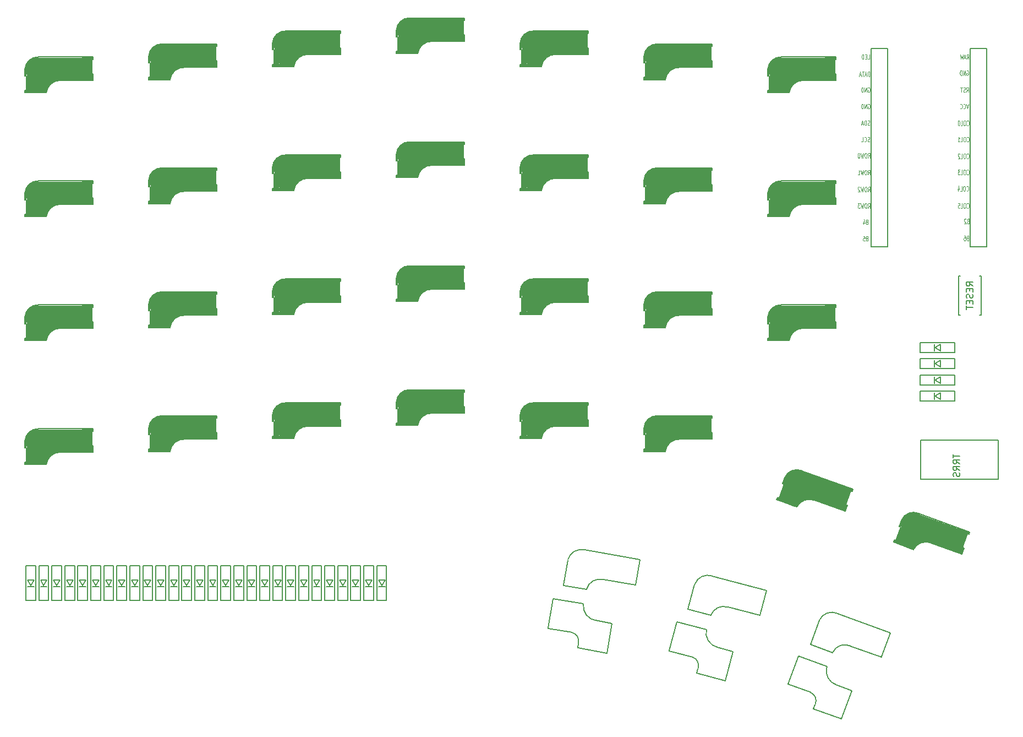
<source format=gbo>
%TF.GenerationSoftware,KiCad,Pcbnew,(5.1.6-0-10_14)*%
%TF.CreationDate,2020-07-06T11:25:28+02:00*%
%TF.ProjectId,splitkb,73706c69-746b-4622-9e6b-696361645f70,rev?*%
%TF.SameCoordinates,Original*%
%TF.FileFunction,Legend,Bot*%
%TF.FilePolarity,Positive*%
%FSLAX46Y46*%
G04 Gerber Fmt 4.6, Leading zero omitted, Abs format (unit mm)*
G04 Created by KiCad (PCBNEW (5.1.6-0-10_14)) date 2020-07-06 11:25:28*
%MOMM*%
%LPD*%
G01*
G04 APERTURE LIST*
%ADD10C,0.400000*%
%ADD11C,0.500000*%
%ADD12C,0.150000*%
%ADD13C,3.500000*%
%ADD14C,1.000000*%
%ADD15C,3.000000*%
%ADD16C,0.800000*%
%ADD17C,0.300000*%
%ADD18C,0.125000*%
G04 APERTURE END LIST*
D10*
%TO.C,SW9*%
X90500000Y-45050000D02*
X90500000Y-45750000D01*
X90500000Y-42550000D02*
X89100000Y-42550000D01*
D11*
X80400000Y-47650000D02*
X83100000Y-47650000D01*
D12*
X90700000Y-42700000D02*
X90700000Y-42350000D01*
X90700000Y-42350000D02*
X82299999Y-42350000D01*
X85700000Y-45950000D02*
X90700000Y-45950000D01*
X80200000Y-47850000D02*
X83480000Y-47850000D01*
X80200000Y-44250000D02*
X80200000Y-45250000D01*
X80200000Y-47850000D02*
X80200000Y-47490000D01*
X80400000Y-47490000D02*
X80200000Y-47490000D01*
X80430000Y-45250000D02*
X80430000Y-47490000D01*
X80200000Y-45250000D02*
X80400000Y-45250000D01*
X90500000Y-42700000D02*
X90700000Y-42700000D01*
X90480000Y-44950000D02*
X90480000Y-42700000D01*
X90700000Y-44950000D02*
X90500000Y-44950000D01*
X90700000Y-45950000D02*
X90700000Y-44950000D01*
D13*
X88700000Y-44150000D02*
X82000000Y-44150000D01*
D14*
X90000000Y-42950000D02*
X90000000Y-45450000D01*
D11*
X90400000Y-45650000D02*
X89000000Y-45650000D01*
D15*
X81930000Y-43850000D02*
X81930000Y-46090000D01*
D16*
X80800000Y-47350000D02*
X80800000Y-45550001D01*
D17*
X80300000Y-45149999D02*
X80300000Y-44250000D01*
D12*
X83483682Y-47828529D02*
G75*
G02*
X85700000Y-45950000I2151318J-291471D01*
G01*
X80200000Y-44250001D02*
G75*
G02*
X82299999Y-42350000I2000000J-99999D01*
G01*
D14*
X83083682Y-47428529D02*
G75*
G02*
X85300000Y-45550000I2151318J-291471D01*
G01*
D17*
%TO.C,SW30*%
X156500000Y-87249999D02*
X156500000Y-86350000D01*
D16*
X157000000Y-89450000D02*
X157000000Y-87650001D01*
D15*
X158130000Y-85950000D02*
X158130000Y-88190000D01*
D11*
X166600000Y-87750000D02*
X165200000Y-87750000D01*
D14*
X166200000Y-85050000D02*
X166200000Y-87550000D01*
D13*
X164900000Y-86250000D02*
X158200000Y-86250000D01*
D12*
X166900000Y-88050000D02*
X166900000Y-87050000D01*
X166900000Y-87050000D02*
X166700000Y-87050000D01*
X166680000Y-87050000D02*
X166680000Y-84800000D01*
X166700000Y-84800000D02*
X166900000Y-84800000D01*
X156400000Y-87350000D02*
X156600000Y-87350000D01*
X156630000Y-87350000D02*
X156630000Y-89590000D01*
X156600000Y-89590000D02*
X156400000Y-89590000D01*
X156400000Y-89950000D02*
X156400000Y-89590000D01*
X156400000Y-86350000D02*
X156400000Y-87350000D01*
X156400000Y-89950000D02*
X159680000Y-89950000D01*
X161900000Y-88050000D02*
X166900000Y-88050000D01*
X166900000Y-84450000D02*
X158499999Y-84450000D01*
X166900000Y-84800000D02*
X166900000Y-84450000D01*
D11*
X156600000Y-89750000D02*
X159300000Y-89750000D01*
D10*
X166700000Y-84650000D02*
X165300000Y-84650000D01*
X166700000Y-87150000D02*
X166700000Y-87850000D01*
D14*
X159283682Y-89528529D02*
G75*
G02*
X161500000Y-87650000I2151318J-291471D01*
G01*
D12*
X156400000Y-86350001D02*
G75*
G02*
X158499999Y-84450000I2000000J-99999D01*
G01*
X159683682Y-89928529D02*
G75*
G02*
X161900000Y-88050000I2151318J-291471D01*
G01*
D10*
%TO.C,SW2*%
X52400000Y-68100000D02*
X52400000Y-68800000D01*
X52400000Y-65600000D02*
X51000000Y-65600000D01*
D11*
X42300000Y-70700000D02*
X45000000Y-70700000D01*
D12*
X52600000Y-65750000D02*
X52600000Y-65400000D01*
X52600000Y-65400000D02*
X44199999Y-65400000D01*
X47600000Y-69000000D02*
X52600000Y-69000000D01*
X42100000Y-70900000D02*
X45380000Y-70900000D01*
X42100000Y-67300000D02*
X42100000Y-68300000D01*
X42100000Y-70900000D02*
X42100000Y-70540000D01*
X42300000Y-70540000D02*
X42100000Y-70540000D01*
X42330000Y-68300000D02*
X42330000Y-70540000D01*
X42100000Y-68300000D02*
X42300000Y-68300000D01*
X52400000Y-65750000D02*
X52600000Y-65750000D01*
X52380000Y-68000000D02*
X52380000Y-65750000D01*
X52600000Y-68000000D02*
X52400000Y-68000000D01*
X52600000Y-69000000D02*
X52600000Y-68000000D01*
D13*
X50600000Y-67200000D02*
X43900000Y-67200000D01*
D14*
X51900000Y-66000000D02*
X51900000Y-68500000D01*
D11*
X52300000Y-68700000D02*
X50900000Y-68700000D01*
D15*
X43830000Y-66900000D02*
X43830000Y-69140000D01*
D16*
X42700000Y-70400000D02*
X42700000Y-68600001D01*
D17*
X42200000Y-68199999D02*
X42200000Y-67300000D01*
D12*
X45383682Y-70878529D02*
G75*
G02*
X47600000Y-69000000I2151318J-291471D01*
G01*
X42100000Y-67300001D02*
G75*
G02*
X44199999Y-65400000I2000000J-99999D01*
G01*
D14*
X44983682Y-70478529D02*
G75*
G02*
X47200000Y-68600000I2151318J-291471D01*
G01*
D12*
%TO.C,SW17*%
X127262277Y-136490140D02*
X127140723Y-137179506D01*
X123402416Y-129615440D02*
X122579014Y-134141215D01*
X132449924Y-133444699D02*
X131651143Y-137974814D01*
X126316943Y-134825698D02*
X122599293Y-134170176D01*
X128035354Y-130406967D02*
X123406757Y-129590820D01*
X132429645Y-133415737D02*
X129918386Y-132972934D01*
X131622181Y-137995093D02*
X127141306Y-137204994D01*
X136031975Y-127526809D02*
X131050708Y-126695187D01*
X136039962Y-127481508D02*
X136718579Y-123632879D01*
X136718579Y-123632879D02*
X128224613Y-122135164D01*
X125644866Y-123664429D02*
X124959824Y-127549495D01*
X124958261Y-127558358D02*
X128513417Y-128185228D01*
X127270960Y-136440900D02*
G75*
G03*
X126316074Y-134830622I-1282582J327696D01*
G01*
X128035937Y-130432455D02*
G75*
G03*
X129993114Y-132981034I2252878J-295701D01*
G01*
X128522509Y-128162461D02*
G75*
G02*
X131074633Y-126703467I2005559J-546565D01*
G01*
X125667855Y-123597402D02*
G75*
G02*
X128224613Y-122135164I2009498J-547260D01*
G01*
%TO.C,D1*%
X43750000Y-124525000D02*
X42250000Y-124525000D01*
X43750000Y-129925000D02*
X43750000Y-124525000D01*
X42250000Y-129925000D02*
X43750000Y-129925000D01*
X42250000Y-124525000D02*
X42250000Y-129925000D01*
X42500000Y-127725000D02*
X43500000Y-127725000D01*
X43500000Y-126725000D02*
X43000000Y-127625000D01*
X42500000Y-126725000D02*
X43500000Y-126725000D01*
X43000000Y-127625000D02*
X42500000Y-126725000D01*
%TO.C,D2*%
X45000000Y-127625000D02*
X44500000Y-126725000D01*
X44500000Y-126725000D02*
X45500000Y-126725000D01*
X45500000Y-126725000D02*
X45000000Y-127625000D01*
X44500000Y-127725000D02*
X45500000Y-127725000D01*
X44250000Y-124525000D02*
X44250000Y-129925000D01*
X44250000Y-129925000D02*
X45750000Y-129925000D01*
X45750000Y-129925000D02*
X45750000Y-124525000D01*
X45750000Y-124525000D02*
X44250000Y-124525000D01*
%TO.C,D3*%
X47750000Y-124525000D02*
X46250000Y-124525000D01*
X47750000Y-129925000D02*
X47750000Y-124525000D01*
X46250000Y-129925000D02*
X47750000Y-129925000D01*
X46250000Y-124525000D02*
X46250000Y-129925000D01*
X46500000Y-127725000D02*
X47500000Y-127725000D01*
X47500000Y-126725000D02*
X47000000Y-127625000D01*
X46500000Y-126725000D02*
X47500000Y-126725000D01*
X47000000Y-127625000D02*
X46500000Y-126725000D01*
%TO.C,D4*%
X49750000Y-124525000D02*
X48250000Y-124525000D01*
X49750000Y-129925000D02*
X49750000Y-124525000D01*
X48250000Y-129925000D02*
X49750000Y-129925000D01*
X48250000Y-124525000D02*
X48250000Y-129925000D01*
X48500000Y-127725000D02*
X49500000Y-127725000D01*
X49500000Y-126725000D02*
X49000000Y-127625000D01*
X48500000Y-126725000D02*
X49500000Y-126725000D01*
X49000000Y-127625000D02*
X48500000Y-126725000D01*
%TO.C,D5*%
X51000000Y-127625000D02*
X50500000Y-126725000D01*
X50500000Y-126725000D02*
X51500000Y-126725000D01*
X51500000Y-126725000D02*
X51000000Y-127625000D01*
X50500000Y-127725000D02*
X51500000Y-127725000D01*
X50250000Y-124525000D02*
X50250000Y-129925000D01*
X50250000Y-129925000D02*
X51750000Y-129925000D01*
X51750000Y-129925000D02*
X51750000Y-124525000D01*
X51750000Y-124525000D02*
X50250000Y-124525000D01*
%TO.C,D6*%
X53750000Y-124525000D02*
X52250000Y-124525000D01*
X53750000Y-129925000D02*
X53750000Y-124525000D01*
X52250000Y-129925000D02*
X53750000Y-129925000D01*
X52250000Y-124525000D02*
X52250000Y-129925000D01*
X52500000Y-127725000D02*
X53500000Y-127725000D01*
X53500000Y-126725000D02*
X53000000Y-127625000D01*
X52500000Y-126725000D02*
X53500000Y-126725000D01*
X53000000Y-127625000D02*
X52500000Y-126725000D01*
%TO.C,D7*%
X55750000Y-124525000D02*
X54250000Y-124525000D01*
X55750000Y-129925000D02*
X55750000Y-124525000D01*
X54250000Y-129925000D02*
X55750000Y-129925000D01*
X54250000Y-124525000D02*
X54250000Y-129925000D01*
X54500000Y-127725000D02*
X55500000Y-127725000D01*
X55500000Y-126725000D02*
X55000000Y-127625000D01*
X54500000Y-126725000D02*
X55500000Y-126725000D01*
X55000000Y-127625000D02*
X54500000Y-126725000D01*
%TO.C,D8*%
X57000000Y-127625000D02*
X56500000Y-126725000D01*
X56500000Y-126725000D02*
X57500000Y-126725000D01*
X57500000Y-126725000D02*
X57000000Y-127625000D01*
X56500000Y-127725000D02*
X57500000Y-127725000D01*
X56250000Y-124525000D02*
X56250000Y-129925000D01*
X56250000Y-129925000D02*
X57750000Y-129925000D01*
X57750000Y-129925000D02*
X57750000Y-124525000D01*
X57750000Y-124525000D02*
X56250000Y-124525000D01*
%TO.C,D9*%
X59000000Y-127625000D02*
X58500000Y-126725000D01*
X58500000Y-126725000D02*
X59500000Y-126725000D01*
X59500000Y-126725000D02*
X59000000Y-127625000D01*
X58500000Y-127725000D02*
X59500000Y-127725000D01*
X58250000Y-124525000D02*
X58250000Y-129925000D01*
X58250000Y-129925000D02*
X59750000Y-129925000D01*
X59750000Y-129925000D02*
X59750000Y-124525000D01*
X59750000Y-124525000D02*
X58250000Y-124525000D01*
%TO.C,D10*%
X61750000Y-124525000D02*
X60250000Y-124525000D01*
X61750000Y-129925000D02*
X61750000Y-124525000D01*
X60250000Y-129925000D02*
X61750000Y-129925000D01*
X60250000Y-124525000D02*
X60250000Y-129925000D01*
X60500000Y-127725000D02*
X61500000Y-127725000D01*
X61500000Y-126725000D02*
X61000000Y-127625000D01*
X60500000Y-126725000D02*
X61500000Y-126725000D01*
X61000000Y-127625000D02*
X60500000Y-126725000D01*
%TO.C,D11*%
X63000000Y-127625000D02*
X62500000Y-126725000D01*
X62500000Y-126725000D02*
X63500000Y-126725000D01*
X63500000Y-126725000D02*
X63000000Y-127625000D01*
X62500000Y-127725000D02*
X63500000Y-127725000D01*
X62250000Y-124525000D02*
X62250000Y-129925000D01*
X62250000Y-129925000D02*
X63750000Y-129925000D01*
X63750000Y-129925000D02*
X63750000Y-124525000D01*
X63750000Y-124525000D02*
X62250000Y-124525000D01*
%TO.C,D12*%
X65750000Y-124525000D02*
X64250000Y-124525000D01*
X65750000Y-129925000D02*
X65750000Y-124525000D01*
X64250000Y-129925000D02*
X65750000Y-129925000D01*
X64250000Y-124525000D02*
X64250000Y-129925000D01*
X64500000Y-127725000D02*
X65500000Y-127725000D01*
X65500000Y-126725000D02*
X65000000Y-127625000D01*
X64500000Y-126725000D02*
X65500000Y-126725000D01*
X65000000Y-127625000D02*
X64500000Y-126725000D01*
%TO.C,D13*%
X67000000Y-127625000D02*
X66500000Y-126725000D01*
X66500000Y-126725000D02*
X67500000Y-126725000D01*
X67500000Y-126725000D02*
X67000000Y-127625000D01*
X66500000Y-127725000D02*
X67500000Y-127725000D01*
X66250000Y-124525000D02*
X66250000Y-129925000D01*
X66250000Y-129925000D02*
X67750000Y-129925000D01*
X67750000Y-129925000D02*
X67750000Y-124525000D01*
X67750000Y-124525000D02*
X66250000Y-124525000D01*
%TO.C,D14*%
X69750000Y-124525000D02*
X68250000Y-124525000D01*
X69750000Y-129925000D02*
X69750000Y-124525000D01*
X68250000Y-129925000D02*
X69750000Y-129925000D01*
X68250000Y-124525000D02*
X68250000Y-129925000D01*
X68500000Y-127725000D02*
X69500000Y-127725000D01*
X69500000Y-126725000D02*
X69000000Y-127625000D01*
X68500000Y-126725000D02*
X69500000Y-126725000D01*
X69000000Y-127625000D02*
X68500000Y-126725000D01*
%TO.C,D15*%
X71750000Y-124525000D02*
X70250000Y-124525000D01*
X71750000Y-129925000D02*
X71750000Y-124525000D01*
X70250000Y-129925000D02*
X71750000Y-129925000D01*
X70250000Y-124525000D02*
X70250000Y-129925000D01*
X70500000Y-127725000D02*
X71500000Y-127725000D01*
X71500000Y-126725000D02*
X71000000Y-127625000D01*
X70500000Y-126725000D02*
X71500000Y-126725000D01*
X71000000Y-127625000D02*
X70500000Y-126725000D01*
%TO.C,D16*%
X73000000Y-127625000D02*
X72500000Y-126725000D01*
X72500000Y-126725000D02*
X73500000Y-126725000D01*
X73500000Y-126725000D02*
X73000000Y-127625000D01*
X72500000Y-127725000D02*
X73500000Y-127725000D01*
X72250000Y-124525000D02*
X72250000Y-129925000D01*
X72250000Y-129925000D02*
X73750000Y-129925000D01*
X73750000Y-129925000D02*
X73750000Y-124525000D01*
X73750000Y-124525000D02*
X72250000Y-124525000D01*
%TO.C,D17*%
X182100000Y-98500000D02*
X183000000Y-98000000D01*
X183000000Y-98000000D02*
X183000000Y-99000000D01*
X183000000Y-99000000D02*
X182100000Y-98500000D01*
X182000000Y-98000000D02*
X182000000Y-99000000D01*
X185200000Y-97750000D02*
X179800000Y-97750000D01*
X179800000Y-97750000D02*
X179800000Y-99250000D01*
X179800000Y-99250000D02*
X185200000Y-99250000D01*
X185200000Y-99250000D02*
X185200000Y-97750000D01*
%TO.C,D18*%
X75000000Y-127625000D02*
X74500000Y-126725000D01*
X74500000Y-126725000D02*
X75500000Y-126725000D01*
X75500000Y-126725000D02*
X75000000Y-127625000D01*
X74500000Y-127725000D02*
X75500000Y-127725000D01*
X74250000Y-124525000D02*
X74250000Y-129925000D01*
X74250000Y-129925000D02*
X75750000Y-129925000D01*
X75750000Y-129925000D02*
X75750000Y-124525000D01*
X75750000Y-124525000D02*
X74250000Y-124525000D01*
%TO.C,D19*%
X77750000Y-124525000D02*
X76250000Y-124525000D01*
X77750000Y-129925000D02*
X77750000Y-124525000D01*
X76250000Y-129925000D02*
X77750000Y-129925000D01*
X76250000Y-124525000D02*
X76250000Y-129925000D01*
X76500000Y-127725000D02*
X77500000Y-127725000D01*
X77500000Y-126725000D02*
X77000000Y-127625000D01*
X76500000Y-126725000D02*
X77500000Y-126725000D01*
X77000000Y-127625000D02*
X76500000Y-126725000D01*
%TO.C,D20*%
X79000000Y-127625000D02*
X78500000Y-126725000D01*
X78500000Y-126725000D02*
X79500000Y-126725000D01*
X79500000Y-126725000D02*
X79000000Y-127625000D01*
X78500000Y-127725000D02*
X79500000Y-127725000D01*
X78250000Y-124525000D02*
X78250000Y-129925000D01*
X78250000Y-129925000D02*
X79750000Y-129925000D01*
X79750000Y-129925000D02*
X79750000Y-124525000D01*
X79750000Y-124525000D02*
X78250000Y-124525000D01*
%TO.C,D21*%
X81750000Y-124525000D02*
X80250000Y-124525000D01*
X81750000Y-129925000D02*
X81750000Y-124525000D01*
X80250000Y-129925000D02*
X81750000Y-129925000D01*
X80250000Y-124525000D02*
X80250000Y-129925000D01*
X80500000Y-127725000D02*
X81500000Y-127725000D01*
X81500000Y-126725000D02*
X81000000Y-127625000D01*
X80500000Y-126725000D02*
X81500000Y-126725000D01*
X81000000Y-127625000D02*
X80500000Y-126725000D01*
%TO.C,D22*%
X182100000Y-96000000D02*
X183000000Y-95500000D01*
X183000000Y-95500000D02*
X183000000Y-96500000D01*
X183000000Y-96500000D02*
X182100000Y-96000000D01*
X182000000Y-95500000D02*
X182000000Y-96500000D01*
X185200000Y-95250000D02*
X179800000Y-95250000D01*
X179800000Y-95250000D02*
X179800000Y-96750000D01*
X179800000Y-96750000D02*
X185200000Y-96750000D01*
X185200000Y-96750000D02*
X185200000Y-95250000D01*
%TO.C,D23*%
X83750000Y-124525000D02*
X82250000Y-124525000D01*
X83750000Y-129925000D02*
X83750000Y-124525000D01*
X82250000Y-129925000D02*
X83750000Y-129925000D01*
X82250000Y-124525000D02*
X82250000Y-129925000D01*
X82500000Y-127725000D02*
X83500000Y-127725000D01*
X83500000Y-126725000D02*
X83000000Y-127625000D01*
X82500000Y-126725000D02*
X83500000Y-126725000D01*
X83000000Y-127625000D02*
X82500000Y-126725000D01*
%TO.C,D24*%
X85000000Y-127625000D02*
X84500000Y-126725000D01*
X84500000Y-126725000D02*
X85500000Y-126725000D01*
X85500000Y-126725000D02*
X85000000Y-127625000D01*
X84500000Y-127725000D02*
X85500000Y-127725000D01*
X84250000Y-124525000D02*
X84250000Y-129925000D01*
X84250000Y-129925000D02*
X85750000Y-129925000D01*
X85750000Y-129925000D02*
X85750000Y-124525000D01*
X85750000Y-124525000D02*
X84250000Y-124525000D01*
%TO.C,D25*%
X87750000Y-124525000D02*
X86250000Y-124525000D01*
X87750000Y-129925000D02*
X87750000Y-124525000D01*
X86250000Y-129925000D02*
X87750000Y-129925000D01*
X86250000Y-124525000D02*
X86250000Y-129925000D01*
X86500000Y-127725000D02*
X87500000Y-127725000D01*
X87500000Y-126725000D02*
X87000000Y-127625000D01*
X86500000Y-126725000D02*
X87500000Y-126725000D01*
X87000000Y-127625000D02*
X86500000Y-126725000D01*
%TO.C,D26*%
X89000000Y-127625000D02*
X88500000Y-126725000D01*
X88500000Y-126725000D02*
X89500000Y-126725000D01*
X89500000Y-126725000D02*
X89000000Y-127625000D01*
X88500000Y-127725000D02*
X89500000Y-127725000D01*
X88250000Y-124525000D02*
X88250000Y-129925000D01*
X88250000Y-129925000D02*
X89750000Y-129925000D01*
X89750000Y-129925000D02*
X89750000Y-124525000D01*
X89750000Y-124525000D02*
X88250000Y-124525000D01*
%TO.C,D27*%
X185200000Y-94250000D02*
X185200000Y-92750000D01*
X179800000Y-94250000D02*
X185200000Y-94250000D01*
X179800000Y-92750000D02*
X179800000Y-94250000D01*
X185200000Y-92750000D02*
X179800000Y-92750000D01*
X182000000Y-93000000D02*
X182000000Y-94000000D01*
X183000000Y-94000000D02*
X182100000Y-93500000D01*
X183000000Y-93000000D02*
X183000000Y-94000000D01*
X182100000Y-93500000D02*
X183000000Y-93000000D01*
%TO.C,D28*%
X91750000Y-124525000D02*
X90250000Y-124525000D01*
X91750000Y-129925000D02*
X91750000Y-124525000D01*
X90250000Y-129925000D02*
X91750000Y-129925000D01*
X90250000Y-124525000D02*
X90250000Y-129925000D01*
X90500000Y-127725000D02*
X91500000Y-127725000D01*
X91500000Y-126725000D02*
X91000000Y-127625000D01*
X90500000Y-126725000D02*
X91500000Y-126725000D01*
X91000000Y-127625000D02*
X90500000Y-126725000D01*
%TO.C,D29*%
X93000000Y-127625000D02*
X92500000Y-126725000D01*
X92500000Y-126725000D02*
X93500000Y-126725000D01*
X93500000Y-126725000D02*
X93000000Y-127625000D01*
X92500000Y-127725000D02*
X93500000Y-127725000D01*
X92250000Y-124525000D02*
X92250000Y-129925000D01*
X92250000Y-129925000D02*
X93750000Y-129925000D01*
X93750000Y-129925000D02*
X93750000Y-124525000D01*
X93750000Y-124525000D02*
X92250000Y-124525000D01*
%TO.C,D30*%
X95000000Y-127625000D02*
X94500000Y-126725000D01*
X94500000Y-126725000D02*
X95500000Y-126725000D01*
X95500000Y-126725000D02*
X95000000Y-127625000D01*
X94500000Y-127725000D02*
X95500000Y-127725000D01*
X94250000Y-124525000D02*
X94250000Y-129925000D01*
X94250000Y-129925000D02*
X95750000Y-129925000D01*
X95750000Y-129925000D02*
X95750000Y-124525000D01*
X95750000Y-124525000D02*
X94250000Y-124525000D01*
%TO.C,D31*%
X97750000Y-124525000D02*
X96250000Y-124525000D01*
X97750000Y-129925000D02*
X97750000Y-124525000D01*
X96250000Y-129925000D02*
X97750000Y-129925000D01*
X96250000Y-124525000D02*
X96250000Y-129925000D01*
X96500000Y-127725000D02*
X97500000Y-127725000D01*
X97500000Y-126725000D02*
X97000000Y-127625000D01*
X96500000Y-126725000D02*
X97500000Y-126725000D01*
X97000000Y-127625000D02*
X96500000Y-126725000D01*
%TO.C,D32*%
X182100000Y-91000000D02*
X183000000Y-90500000D01*
X183000000Y-90500000D02*
X183000000Y-91500000D01*
X183000000Y-91500000D02*
X182100000Y-91000000D01*
X182000000Y-90500000D02*
X182000000Y-91500000D01*
X185200000Y-90250000D02*
X179800000Y-90250000D01*
X179800000Y-90250000D02*
X179800000Y-91750000D01*
X179800000Y-91750000D02*
X185200000Y-91750000D01*
X185200000Y-91750000D02*
X185200000Y-90250000D01*
%TO.C,K1*%
X185750000Y-86000000D02*
X185750000Y-80000000D01*
X185750000Y-80000000D02*
X186000000Y-80000000D01*
X185750000Y-86000000D02*
X186000000Y-86000000D01*
X189250000Y-86000000D02*
X189000000Y-86000000D01*
X189250000Y-86000000D02*
X189250000Y-80000000D01*
X189250000Y-80000000D02*
X189000000Y-80000000D01*
%TO.C,SW22*%
X144139754Y-131255734D02*
X147626747Y-132190071D01*
X145163125Y-127436464D02*
X144142084Y-131247041D01*
X156197449Y-128370172D02*
X147866338Y-126137858D01*
X155185984Y-132145010D02*
X156197449Y-128370172D01*
X155174078Y-132189443D02*
X150284247Y-130926839D01*
X149868695Y-142233553D02*
X145473732Y-141055927D01*
X151072203Y-137741998D02*
X148609092Y-137082010D01*
X146956865Y-134361689D02*
X142417013Y-133145239D01*
X144859875Y-138613836D02*
X141213505Y-137636795D01*
X151089881Y-137772617D02*
X149899313Y-142215876D01*
X142410543Y-133169388D02*
X141195827Y-137606176D01*
X145656546Y-140354336D02*
X145475373Y-141030484D01*
X145191868Y-127371696D02*
G75*
G02*
X147866338Y-126137858I1954154J-720316D01*
G01*
X147637788Y-132168183D02*
G75*
G02*
X150307360Y-130937173I1950291J-719281D01*
G01*
X146955224Y-134387132D02*
G75*
G03*
X148682831Y-137096591I2218533J-490926D01*
G01*
X145669487Y-140306040D02*
G75*
G03*
X144858581Y-138618666I-1249140J438234D01*
G01*
%TO.C,SW27*%
X163692350Y-145867889D02*
X163452936Y-146525674D01*
X161084908Y-138427373D02*
X159488123Y-142741409D01*
X169330021Y-143769540D02*
X167756728Y-148092126D01*
X163050404Y-144064578D02*
X159503065Y-142773451D01*
X165510014Y-140011375D02*
X161093458Y-138403881D01*
X169315079Y-143737497D02*
X166918863Y-142865346D01*
X167724685Y-148107068D02*
X163449084Y-146550876D01*
X173885282Y-138563573D02*
X169124101Y-136879597D01*
X173901015Y-138520347D02*
X175237630Y-134848028D01*
X175237630Y-134848028D02*
X167132781Y-131898104D01*
X164326673Y-132956168D02*
X162977403Y-136663255D01*
X162974325Y-136671713D02*
X166366615Y-137906405D01*
X163709451Y-145820903D02*
G75*
G03*
X163048694Y-144069276I-1206192J545435D01*
G01*
X165506161Y-140036578D02*
G75*
G03*
X166991050Y-142886299I2167305J-682416D01*
G01*
X166379522Y-137885562D02*
G75*
G02*
X169146226Y-136891906I1880180J-886524D01*
G01*
X164360950Y-132894151D02*
G75*
G02*
X167132781Y-131898104I1883939J-887892D01*
G01*
%TO.C,U1*%
X187580000Y-45022000D02*
X190120000Y-45022000D01*
X190120000Y-45022000D02*
X190120000Y-75502000D01*
X190120000Y-75502000D02*
X187580000Y-75502000D01*
X187580000Y-75502000D02*
X187580000Y-45022000D01*
X172340000Y-45022000D02*
X174880000Y-45022000D01*
X174880000Y-45022000D02*
X174880000Y-75502000D01*
X174880000Y-75502000D02*
X172340000Y-75502000D01*
X172340000Y-75502000D02*
X172340000Y-45022000D01*
%TO.C,J1*%
X179900000Y-105250000D02*
X191900000Y-105250000D01*
X179900000Y-111250000D02*
X179900000Y-105250000D01*
X191900000Y-111250000D02*
X179900000Y-111250000D01*
X191900000Y-105250000D02*
X191900000Y-111250000D01*
D10*
%TO.C,SW1*%
X52400000Y-49050000D02*
X52400000Y-49750000D01*
X52400000Y-46550000D02*
X51000000Y-46550000D01*
D11*
X42300000Y-51650000D02*
X45000000Y-51650000D01*
D12*
X52600000Y-46700000D02*
X52600000Y-46350000D01*
X52600000Y-46350000D02*
X44199999Y-46350000D01*
X47600000Y-49950000D02*
X52600000Y-49950000D01*
X42100000Y-51850000D02*
X45380000Y-51850000D01*
X42100000Y-48250000D02*
X42100000Y-49250000D01*
X42100000Y-51850000D02*
X42100000Y-51490000D01*
X42300000Y-51490000D02*
X42100000Y-51490000D01*
X42330000Y-49250000D02*
X42330000Y-51490000D01*
X42100000Y-49250000D02*
X42300000Y-49250000D01*
X52400000Y-46700000D02*
X52600000Y-46700000D01*
X52380000Y-48950000D02*
X52380000Y-46700000D01*
X52600000Y-48950000D02*
X52400000Y-48950000D01*
X52600000Y-49950000D02*
X52600000Y-48950000D01*
D13*
X50600000Y-48150000D02*
X43900000Y-48150000D01*
D14*
X51900000Y-46950000D02*
X51900000Y-49450000D01*
D11*
X52300000Y-49650000D02*
X50900000Y-49650000D01*
D15*
X43830000Y-47850000D02*
X43830000Y-50090000D01*
D16*
X42700000Y-51350000D02*
X42700000Y-49550001D01*
D17*
X42200000Y-49149999D02*
X42200000Y-48250000D01*
D12*
X45383682Y-51828529D02*
G75*
G02*
X47600000Y-49950000I2151318J-291471D01*
G01*
X42100000Y-48250001D02*
G75*
G02*
X44199999Y-46350000I2000000J-99999D01*
G01*
D14*
X44983682Y-51428529D02*
G75*
G02*
X47200000Y-49550000I2151318J-291471D01*
G01*
D10*
%TO.C,SW3*%
X52400000Y-87150000D02*
X52400000Y-87850000D01*
X52400000Y-84650000D02*
X51000000Y-84650000D01*
D11*
X42300000Y-89750000D02*
X45000000Y-89750000D01*
D12*
X52600000Y-84800000D02*
X52600000Y-84450000D01*
X52600000Y-84450000D02*
X44199999Y-84450000D01*
X47600000Y-88050000D02*
X52600000Y-88050000D01*
X42100000Y-89950000D02*
X45380000Y-89950000D01*
X42100000Y-86350000D02*
X42100000Y-87350000D01*
X42100000Y-89950000D02*
X42100000Y-89590000D01*
X42300000Y-89590000D02*
X42100000Y-89590000D01*
X42330000Y-87350000D02*
X42330000Y-89590000D01*
X42100000Y-87350000D02*
X42300000Y-87350000D01*
X52400000Y-84800000D02*
X52600000Y-84800000D01*
X52380000Y-87050000D02*
X52380000Y-84800000D01*
X52600000Y-87050000D02*
X52400000Y-87050000D01*
X52600000Y-88050000D02*
X52600000Y-87050000D01*
D13*
X50600000Y-86250000D02*
X43900000Y-86250000D01*
D14*
X51900000Y-85050000D02*
X51900000Y-87550000D01*
D11*
X52300000Y-87750000D02*
X50900000Y-87750000D01*
D15*
X43830000Y-85950000D02*
X43830000Y-88190000D01*
D16*
X42700000Y-89450000D02*
X42700000Y-87650001D01*
D17*
X42200000Y-87249999D02*
X42200000Y-86350000D01*
D12*
X45383682Y-89928529D02*
G75*
G02*
X47600000Y-88050000I2151318J-291471D01*
G01*
X42100000Y-86350001D02*
G75*
G02*
X44199999Y-84450000I2000000J-99999D01*
G01*
D14*
X44983682Y-89528529D02*
G75*
G02*
X47200000Y-87650000I2151318J-291471D01*
G01*
D17*
%TO.C,SW4*%
X42200000Y-106299999D02*
X42200000Y-105400000D01*
D16*
X42700000Y-108500000D02*
X42700000Y-106700001D01*
D15*
X43830000Y-105000000D02*
X43830000Y-107240000D01*
D11*
X52300000Y-106800000D02*
X50900000Y-106800000D01*
D14*
X51900000Y-104100000D02*
X51900000Y-106600000D01*
D13*
X50600000Y-105300000D02*
X43900000Y-105300000D01*
D12*
X52600000Y-107100000D02*
X52600000Y-106100000D01*
X52600000Y-106100000D02*
X52400000Y-106100000D01*
X52380000Y-106100000D02*
X52380000Y-103850000D01*
X52400000Y-103850000D02*
X52600000Y-103850000D01*
X42100000Y-106400000D02*
X42300000Y-106400000D01*
X42330000Y-106400000D02*
X42330000Y-108640000D01*
X42300000Y-108640000D02*
X42100000Y-108640000D01*
X42100000Y-109000000D02*
X42100000Y-108640000D01*
X42100000Y-105400000D02*
X42100000Y-106400000D01*
X42100000Y-109000000D02*
X45380000Y-109000000D01*
X47600000Y-107100000D02*
X52600000Y-107100000D01*
X52600000Y-103500000D02*
X44199999Y-103500000D01*
X52600000Y-103850000D02*
X52600000Y-103500000D01*
D11*
X42300000Y-108800000D02*
X45000000Y-108800000D01*
D10*
X52400000Y-103700000D02*
X51000000Y-103700000D01*
X52400000Y-106200000D02*
X52400000Y-106900000D01*
D14*
X44983682Y-108578529D02*
G75*
G02*
X47200000Y-106700000I2151318J-291471D01*
G01*
D12*
X42100000Y-105400001D02*
G75*
G02*
X44199999Y-103500000I2000000J-99999D01*
G01*
X45383682Y-108978529D02*
G75*
G02*
X47600000Y-107100000I2151318J-291471D01*
G01*
D17*
%TO.C,SW5*%
X61250000Y-47149999D02*
X61250000Y-46250000D01*
D16*
X61750000Y-49350000D02*
X61750000Y-47550001D01*
D15*
X62880000Y-45850000D02*
X62880000Y-48090000D01*
D11*
X71350000Y-47650000D02*
X69950000Y-47650000D01*
D14*
X70950000Y-44950000D02*
X70950000Y-47450000D01*
D13*
X69650000Y-46150000D02*
X62950000Y-46150000D01*
D12*
X71650000Y-47950000D02*
X71650000Y-46950000D01*
X71650000Y-46950000D02*
X71450000Y-46950000D01*
X71430000Y-46950000D02*
X71430000Y-44700000D01*
X71450000Y-44700000D02*
X71650000Y-44700000D01*
X61150000Y-47250000D02*
X61350000Y-47250000D01*
X61380000Y-47250000D02*
X61380000Y-49490000D01*
X61350000Y-49490000D02*
X61150000Y-49490000D01*
X61150000Y-49850000D02*
X61150000Y-49490000D01*
X61150000Y-46250000D02*
X61150000Y-47250000D01*
X61150000Y-49850000D02*
X64430000Y-49850000D01*
X66650000Y-47950000D02*
X71650000Y-47950000D01*
X71650000Y-44350000D02*
X63249999Y-44350000D01*
X71650000Y-44700000D02*
X71650000Y-44350000D01*
D11*
X61350000Y-49650000D02*
X64050000Y-49650000D01*
D10*
X71450000Y-44550000D02*
X70050000Y-44550000D01*
X71450000Y-47050000D02*
X71450000Y-47750000D01*
D14*
X64033682Y-49428529D02*
G75*
G02*
X66250000Y-47550000I2151318J-291471D01*
G01*
D12*
X61150000Y-46250001D02*
G75*
G02*
X63249999Y-44350000I2000000J-99999D01*
G01*
X64433682Y-49828529D02*
G75*
G02*
X66650000Y-47950000I2151318J-291471D01*
G01*
D17*
%TO.C,SW6*%
X61250000Y-66199999D02*
X61250000Y-65300000D01*
D16*
X61750000Y-68400000D02*
X61750000Y-66600001D01*
D15*
X62880000Y-64900000D02*
X62880000Y-67140000D01*
D11*
X71350000Y-66700000D02*
X69950000Y-66700000D01*
D14*
X70950000Y-64000000D02*
X70950000Y-66500000D01*
D13*
X69650000Y-65200000D02*
X62950000Y-65200000D01*
D12*
X71650000Y-67000000D02*
X71650000Y-66000000D01*
X71650000Y-66000000D02*
X71450000Y-66000000D01*
X71430000Y-66000000D02*
X71430000Y-63750000D01*
X71450000Y-63750000D02*
X71650000Y-63750000D01*
X61150000Y-66300000D02*
X61350000Y-66300000D01*
X61380000Y-66300000D02*
X61380000Y-68540000D01*
X61350000Y-68540000D02*
X61150000Y-68540000D01*
X61150000Y-68900000D02*
X61150000Y-68540000D01*
X61150000Y-65300000D02*
X61150000Y-66300000D01*
X61150000Y-68900000D02*
X64430000Y-68900000D01*
X66650000Y-67000000D02*
X71650000Y-67000000D01*
X71650000Y-63400000D02*
X63249999Y-63400000D01*
X71650000Y-63750000D02*
X71650000Y-63400000D01*
D11*
X61350000Y-68700000D02*
X64050000Y-68700000D01*
D10*
X71450000Y-63600000D02*
X70050000Y-63600000D01*
X71450000Y-66100000D02*
X71450000Y-66800000D01*
D14*
X64033682Y-68478529D02*
G75*
G02*
X66250000Y-66600000I2151318J-291471D01*
G01*
D12*
X61150000Y-65300001D02*
G75*
G02*
X63249999Y-63400000I2000000J-99999D01*
G01*
X64433682Y-68878529D02*
G75*
G02*
X66650000Y-67000000I2151318J-291471D01*
G01*
D10*
%TO.C,SW7*%
X71450000Y-85150000D02*
X71450000Y-85850000D01*
X71450000Y-82650000D02*
X70050000Y-82650000D01*
D11*
X61350000Y-87750000D02*
X64050000Y-87750000D01*
D12*
X71650000Y-82800000D02*
X71650000Y-82450000D01*
X71650000Y-82450000D02*
X63249999Y-82450000D01*
X66650000Y-86050000D02*
X71650000Y-86050000D01*
X61150000Y-87950000D02*
X64430000Y-87950000D01*
X61150000Y-84350000D02*
X61150000Y-85350000D01*
X61150000Y-87950000D02*
X61150000Y-87590000D01*
X61350000Y-87590000D02*
X61150000Y-87590000D01*
X61380000Y-85350000D02*
X61380000Y-87590000D01*
X61150000Y-85350000D02*
X61350000Y-85350000D01*
X71450000Y-82800000D02*
X71650000Y-82800000D01*
X71430000Y-85050000D02*
X71430000Y-82800000D01*
X71650000Y-85050000D02*
X71450000Y-85050000D01*
X71650000Y-86050000D02*
X71650000Y-85050000D01*
D13*
X69650000Y-84250000D02*
X62950000Y-84250000D01*
D14*
X70950000Y-83050000D02*
X70950000Y-85550000D01*
D11*
X71350000Y-85750000D02*
X69950000Y-85750000D01*
D15*
X62880000Y-83950000D02*
X62880000Y-86190000D01*
D16*
X61750000Y-87450000D02*
X61750000Y-85650001D01*
D17*
X61250000Y-85249999D02*
X61250000Y-84350000D01*
D12*
X64433682Y-87928529D02*
G75*
G02*
X66650000Y-86050000I2151318J-291471D01*
G01*
X61150000Y-84350001D02*
G75*
G02*
X63249999Y-82450000I2000000J-99999D01*
G01*
D14*
X64033682Y-87528529D02*
G75*
G02*
X66250000Y-85650000I2151318J-291471D01*
G01*
D10*
%TO.C,SW8*%
X71450000Y-104200000D02*
X71450000Y-104900000D01*
X71450000Y-101700000D02*
X70050000Y-101700000D01*
D11*
X61350000Y-106800000D02*
X64050000Y-106800000D01*
D12*
X71650000Y-101850000D02*
X71650000Y-101500000D01*
X71650000Y-101500000D02*
X63249999Y-101500000D01*
X66650000Y-105100000D02*
X71650000Y-105100000D01*
X61150000Y-107000000D02*
X64430000Y-107000000D01*
X61150000Y-103400000D02*
X61150000Y-104400000D01*
X61150000Y-107000000D02*
X61150000Y-106640000D01*
X61350000Y-106640000D02*
X61150000Y-106640000D01*
X61380000Y-104400000D02*
X61380000Y-106640000D01*
X61150000Y-104400000D02*
X61350000Y-104400000D01*
X71450000Y-101850000D02*
X71650000Y-101850000D01*
X71430000Y-104100000D02*
X71430000Y-101850000D01*
X71650000Y-104100000D02*
X71450000Y-104100000D01*
X71650000Y-105100000D02*
X71650000Y-104100000D01*
D13*
X69650000Y-103300000D02*
X62950000Y-103300000D01*
D14*
X70950000Y-102100000D02*
X70950000Y-104600000D01*
D11*
X71350000Y-104800000D02*
X69950000Y-104800000D01*
D15*
X62880000Y-103000000D02*
X62880000Y-105240000D01*
D16*
X61750000Y-106500000D02*
X61750000Y-104700001D01*
D17*
X61250000Y-104299999D02*
X61250000Y-103400000D01*
D12*
X64433682Y-106978529D02*
G75*
G02*
X66650000Y-105100000I2151318J-291471D01*
G01*
X61150000Y-103400001D02*
G75*
G02*
X63249999Y-101500000I2000000J-99999D01*
G01*
D14*
X64033682Y-106578529D02*
G75*
G02*
X66250000Y-104700000I2151318J-291471D01*
G01*
D10*
%TO.C,SW10*%
X90500000Y-64100000D02*
X90500000Y-64800000D01*
X90500000Y-61600000D02*
X89100000Y-61600000D01*
D11*
X80400000Y-66700000D02*
X83100000Y-66700000D01*
D12*
X90700000Y-61750000D02*
X90700000Y-61400000D01*
X90700000Y-61400000D02*
X82299999Y-61400000D01*
X85700000Y-65000000D02*
X90700000Y-65000000D01*
X80200000Y-66900000D02*
X83480000Y-66900000D01*
X80200000Y-63300000D02*
X80200000Y-64300000D01*
X80200000Y-66900000D02*
X80200000Y-66540000D01*
X80400000Y-66540000D02*
X80200000Y-66540000D01*
X80430000Y-64300000D02*
X80430000Y-66540000D01*
X80200000Y-64300000D02*
X80400000Y-64300000D01*
X90500000Y-61750000D02*
X90700000Y-61750000D01*
X90480000Y-64000000D02*
X90480000Y-61750000D01*
X90700000Y-64000000D02*
X90500000Y-64000000D01*
X90700000Y-65000000D02*
X90700000Y-64000000D01*
D13*
X88700000Y-63200000D02*
X82000000Y-63200000D01*
D14*
X90000000Y-62000000D02*
X90000000Y-64500000D01*
D11*
X90400000Y-64700000D02*
X89000000Y-64700000D01*
D15*
X81930000Y-62900000D02*
X81930000Y-65140000D01*
D16*
X80800000Y-66400000D02*
X80800000Y-64600001D01*
D17*
X80300000Y-64199999D02*
X80300000Y-63300000D01*
D12*
X83483682Y-66878529D02*
G75*
G02*
X85700000Y-65000000I2151318J-291471D01*
G01*
X80200000Y-63300001D02*
G75*
G02*
X82299999Y-61400000I2000000J-99999D01*
G01*
D14*
X83083682Y-66478529D02*
G75*
G02*
X85300000Y-64600000I2151318J-291471D01*
G01*
D17*
%TO.C,SW11*%
X80300000Y-83249999D02*
X80300000Y-82350000D01*
D16*
X80800000Y-85450000D02*
X80800000Y-83650001D01*
D15*
X81930000Y-81950000D02*
X81930000Y-84190000D01*
D11*
X90400000Y-83750000D02*
X89000000Y-83750000D01*
D14*
X90000000Y-81050000D02*
X90000000Y-83550000D01*
D13*
X88700000Y-82250000D02*
X82000000Y-82250000D01*
D12*
X90700000Y-84050000D02*
X90700000Y-83050000D01*
X90700000Y-83050000D02*
X90500000Y-83050000D01*
X90480000Y-83050000D02*
X90480000Y-80800000D01*
X90500000Y-80800000D02*
X90700000Y-80800000D01*
X80200000Y-83350000D02*
X80400000Y-83350000D01*
X80430000Y-83350000D02*
X80430000Y-85590000D01*
X80400000Y-85590000D02*
X80200000Y-85590000D01*
X80200000Y-85950000D02*
X80200000Y-85590000D01*
X80200000Y-82350000D02*
X80200000Y-83350000D01*
X80200000Y-85950000D02*
X83480000Y-85950000D01*
X85700000Y-84050000D02*
X90700000Y-84050000D01*
X90700000Y-80450000D02*
X82299999Y-80450000D01*
X90700000Y-80800000D02*
X90700000Y-80450000D01*
D11*
X80400000Y-85750000D02*
X83100000Y-85750000D01*
D10*
X90500000Y-80650000D02*
X89100000Y-80650000D01*
X90500000Y-83150000D02*
X90500000Y-83850000D01*
D14*
X83083682Y-85528529D02*
G75*
G02*
X85300000Y-83650000I2151318J-291471D01*
G01*
D12*
X80200000Y-82350001D02*
G75*
G02*
X82299999Y-80450000I2000000J-99999D01*
G01*
X83483682Y-85928529D02*
G75*
G02*
X85700000Y-84050000I2151318J-291471D01*
G01*
D17*
%TO.C,SW12*%
X80300000Y-102299999D02*
X80300000Y-101400000D01*
D16*
X80800000Y-104500000D02*
X80800000Y-102700001D01*
D15*
X81930000Y-101000000D02*
X81930000Y-103240000D01*
D11*
X90400000Y-102800000D02*
X89000000Y-102800000D01*
D14*
X90000000Y-100100000D02*
X90000000Y-102600000D01*
D13*
X88700000Y-101300000D02*
X82000000Y-101300000D01*
D12*
X90700000Y-103100000D02*
X90700000Y-102100000D01*
X90700000Y-102100000D02*
X90500000Y-102100000D01*
X90480000Y-102100000D02*
X90480000Y-99850000D01*
X90500000Y-99850000D02*
X90700000Y-99850000D01*
X80200000Y-102400000D02*
X80400000Y-102400000D01*
X80430000Y-102400000D02*
X80430000Y-104640000D01*
X80400000Y-104640000D02*
X80200000Y-104640000D01*
X80200000Y-105000000D02*
X80200000Y-104640000D01*
X80200000Y-101400000D02*
X80200000Y-102400000D01*
X80200000Y-105000000D02*
X83480000Y-105000000D01*
X85700000Y-103100000D02*
X90700000Y-103100000D01*
X90700000Y-99500000D02*
X82299999Y-99500000D01*
X90700000Y-99850000D02*
X90700000Y-99500000D01*
D11*
X80400000Y-104800000D02*
X83100000Y-104800000D01*
D10*
X90500000Y-99700000D02*
X89100000Y-99700000D01*
X90500000Y-102200000D02*
X90500000Y-102900000D01*
D14*
X83083682Y-104578529D02*
G75*
G02*
X85300000Y-102700000I2151318J-291471D01*
G01*
D12*
X80200000Y-101400001D02*
G75*
G02*
X82299999Y-99500000I2000000J-99999D01*
G01*
X83483682Y-104978529D02*
G75*
G02*
X85700000Y-103100000I2151318J-291471D01*
G01*
D17*
%TO.C,SW13*%
X99350000Y-43149999D02*
X99350000Y-42250000D01*
D16*
X99850000Y-45350000D02*
X99850000Y-43550001D01*
D15*
X100980000Y-41850000D02*
X100980000Y-44090000D01*
D11*
X109450000Y-43650000D02*
X108050000Y-43650000D01*
D14*
X109050000Y-40950000D02*
X109050000Y-43450000D01*
D13*
X107750000Y-42150000D02*
X101050000Y-42150000D01*
D12*
X109750000Y-43950000D02*
X109750000Y-42950000D01*
X109750000Y-42950000D02*
X109550000Y-42950000D01*
X109530000Y-42950000D02*
X109530000Y-40700000D01*
X109550000Y-40700000D02*
X109750000Y-40700000D01*
X99250000Y-43250000D02*
X99450000Y-43250000D01*
X99480000Y-43250000D02*
X99480000Y-45490000D01*
X99450000Y-45490000D02*
X99250000Y-45490000D01*
X99250000Y-45850000D02*
X99250000Y-45490000D01*
X99250000Y-42250000D02*
X99250000Y-43250000D01*
X99250000Y-45850000D02*
X102530000Y-45850000D01*
X104750000Y-43950000D02*
X109750000Y-43950000D01*
X109750000Y-40350000D02*
X101349999Y-40350000D01*
X109750000Y-40700000D02*
X109750000Y-40350000D01*
D11*
X99450000Y-45650000D02*
X102150000Y-45650000D01*
D10*
X109550000Y-40550000D02*
X108150000Y-40550000D01*
X109550000Y-43050000D02*
X109550000Y-43750000D01*
D14*
X102133682Y-45428529D02*
G75*
G02*
X104350000Y-43550000I2151318J-291471D01*
G01*
D12*
X99250000Y-42250001D02*
G75*
G02*
X101349999Y-40350000I2000000J-99999D01*
G01*
X102533682Y-45828529D02*
G75*
G02*
X104750000Y-43950000I2151318J-291471D01*
G01*
D17*
%TO.C,SW14*%
X99350000Y-62199999D02*
X99350000Y-61300000D01*
D16*
X99850000Y-64400000D02*
X99850000Y-62600001D01*
D15*
X100980000Y-60900000D02*
X100980000Y-63140000D01*
D11*
X109450000Y-62700000D02*
X108050000Y-62700000D01*
D14*
X109050000Y-60000000D02*
X109050000Y-62500000D01*
D13*
X107750000Y-61200000D02*
X101050000Y-61200000D01*
D12*
X109750000Y-63000000D02*
X109750000Y-62000000D01*
X109750000Y-62000000D02*
X109550000Y-62000000D01*
X109530000Y-62000000D02*
X109530000Y-59750000D01*
X109550000Y-59750000D02*
X109750000Y-59750000D01*
X99250000Y-62300000D02*
X99450000Y-62300000D01*
X99480000Y-62300000D02*
X99480000Y-64540000D01*
X99450000Y-64540000D02*
X99250000Y-64540000D01*
X99250000Y-64900000D02*
X99250000Y-64540000D01*
X99250000Y-61300000D02*
X99250000Y-62300000D01*
X99250000Y-64900000D02*
X102530000Y-64900000D01*
X104750000Y-63000000D02*
X109750000Y-63000000D01*
X109750000Y-59400000D02*
X101349999Y-59400000D01*
X109750000Y-59750000D02*
X109750000Y-59400000D01*
D11*
X99450000Y-64700000D02*
X102150000Y-64700000D01*
D10*
X109550000Y-59600000D02*
X108150000Y-59600000D01*
X109550000Y-62100000D02*
X109550000Y-62800000D01*
D14*
X102133682Y-64478529D02*
G75*
G02*
X104350000Y-62600000I2151318J-291471D01*
G01*
D12*
X99250000Y-61300001D02*
G75*
G02*
X101349999Y-59400000I2000000J-99999D01*
G01*
X102533682Y-64878529D02*
G75*
G02*
X104750000Y-63000000I2151318J-291471D01*
G01*
D17*
%TO.C,SW15*%
X99350000Y-81249999D02*
X99350000Y-80350000D01*
D16*
X99850000Y-83450000D02*
X99850000Y-81650001D01*
D15*
X100980000Y-79950000D02*
X100980000Y-82190000D01*
D11*
X109450000Y-81750000D02*
X108050000Y-81750000D01*
D14*
X109050000Y-79050000D02*
X109050000Y-81550000D01*
D13*
X107750000Y-80250000D02*
X101050000Y-80250000D01*
D12*
X109750000Y-82050000D02*
X109750000Y-81050000D01*
X109750000Y-81050000D02*
X109550000Y-81050000D01*
X109530000Y-81050000D02*
X109530000Y-78800000D01*
X109550000Y-78800000D02*
X109750000Y-78800000D01*
X99250000Y-81350000D02*
X99450000Y-81350000D01*
X99480000Y-81350000D02*
X99480000Y-83590000D01*
X99450000Y-83590000D02*
X99250000Y-83590000D01*
X99250000Y-83950000D02*
X99250000Y-83590000D01*
X99250000Y-80350000D02*
X99250000Y-81350000D01*
X99250000Y-83950000D02*
X102530000Y-83950000D01*
X104750000Y-82050000D02*
X109750000Y-82050000D01*
X109750000Y-78450000D02*
X101349999Y-78450000D01*
X109750000Y-78800000D02*
X109750000Y-78450000D01*
D11*
X99450000Y-83750000D02*
X102150000Y-83750000D01*
D10*
X109550000Y-78650000D02*
X108150000Y-78650000D01*
X109550000Y-81150000D02*
X109550000Y-81850000D01*
D14*
X102133682Y-83528529D02*
G75*
G02*
X104350000Y-81650000I2151318J-291471D01*
G01*
D12*
X99250000Y-80350001D02*
G75*
G02*
X101349999Y-78450000I2000000J-99999D01*
G01*
X102533682Y-83928529D02*
G75*
G02*
X104750000Y-82050000I2151318J-291471D01*
G01*
D17*
%TO.C,SW16*%
X99350000Y-100299999D02*
X99350000Y-99400000D01*
D16*
X99850000Y-102500000D02*
X99850000Y-100700001D01*
D15*
X100980000Y-99000000D02*
X100980000Y-101240000D01*
D11*
X109450000Y-100800000D02*
X108050000Y-100800000D01*
D14*
X109050000Y-98100000D02*
X109050000Y-100600000D01*
D13*
X107750000Y-99300000D02*
X101050000Y-99300000D01*
D12*
X109750000Y-101100000D02*
X109750000Y-100100000D01*
X109750000Y-100100000D02*
X109550000Y-100100000D01*
X109530000Y-100100000D02*
X109530000Y-97850000D01*
X109550000Y-97850000D02*
X109750000Y-97850000D01*
X99250000Y-100400000D02*
X99450000Y-100400000D01*
X99480000Y-100400000D02*
X99480000Y-102640000D01*
X99450000Y-102640000D02*
X99250000Y-102640000D01*
X99250000Y-103000000D02*
X99250000Y-102640000D01*
X99250000Y-99400000D02*
X99250000Y-100400000D01*
X99250000Y-103000000D02*
X102530000Y-103000000D01*
X104750000Y-101100000D02*
X109750000Y-101100000D01*
X109750000Y-97500000D02*
X101349999Y-97500000D01*
X109750000Y-97850000D02*
X109750000Y-97500000D01*
D11*
X99450000Y-102800000D02*
X102150000Y-102800000D01*
D10*
X109550000Y-97700000D02*
X108150000Y-97700000D01*
X109550000Y-100200000D02*
X109550000Y-100900000D01*
D14*
X102133682Y-102578529D02*
G75*
G02*
X104350000Y-100700000I2151318J-291471D01*
G01*
D12*
X99250000Y-99400001D02*
G75*
G02*
X101349999Y-97500000I2000000J-99999D01*
G01*
X102533682Y-102978529D02*
G75*
G02*
X104750000Y-101100000I2151318J-291471D01*
G01*
D10*
%TO.C,SW18*%
X128600000Y-45050000D02*
X128600000Y-45750000D01*
X128600000Y-42550000D02*
X127200000Y-42550000D01*
D11*
X118500000Y-47650000D02*
X121200000Y-47650000D01*
D12*
X128800000Y-42700000D02*
X128800000Y-42350000D01*
X128800000Y-42350000D02*
X120399999Y-42350000D01*
X123800000Y-45950000D02*
X128800000Y-45950000D01*
X118300000Y-47850000D02*
X121580000Y-47850000D01*
X118300000Y-44250000D02*
X118300000Y-45250000D01*
X118300000Y-47850000D02*
X118300000Y-47490000D01*
X118500000Y-47490000D02*
X118300000Y-47490000D01*
X118530000Y-45250000D02*
X118530000Y-47490000D01*
X118300000Y-45250000D02*
X118500000Y-45250000D01*
X128600000Y-42700000D02*
X128800000Y-42700000D01*
X128580000Y-44950000D02*
X128580000Y-42700000D01*
X128800000Y-44950000D02*
X128600000Y-44950000D01*
X128800000Y-45950000D02*
X128800000Y-44950000D01*
D13*
X126800000Y-44150000D02*
X120100000Y-44150000D01*
D14*
X128100000Y-42950000D02*
X128100000Y-45450000D01*
D11*
X128500000Y-45650000D02*
X127100000Y-45650000D01*
D15*
X120030000Y-43850000D02*
X120030000Y-46090000D01*
D16*
X118900000Y-47350000D02*
X118900000Y-45550001D01*
D17*
X118400000Y-45149999D02*
X118400000Y-44250000D01*
D12*
X121583682Y-47828529D02*
G75*
G02*
X123800000Y-45950000I2151318J-291471D01*
G01*
X118300000Y-44250001D02*
G75*
G02*
X120399999Y-42350000I2000000J-99999D01*
G01*
D14*
X121183682Y-47428529D02*
G75*
G02*
X123400000Y-45550000I2151318J-291471D01*
G01*
D17*
%TO.C,SW19*%
X118400000Y-64199999D02*
X118400000Y-63300000D01*
D16*
X118900000Y-66400000D02*
X118900000Y-64600001D01*
D15*
X120030000Y-62900000D02*
X120030000Y-65140000D01*
D11*
X128500000Y-64700000D02*
X127100000Y-64700000D01*
D14*
X128100000Y-62000000D02*
X128100000Y-64500000D01*
D13*
X126800000Y-63200000D02*
X120100000Y-63200000D01*
D12*
X128800000Y-65000000D02*
X128800000Y-64000000D01*
X128800000Y-64000000D02*
X128600000Y-64000000D01*
X128580000Y-64000000D02*
X128580000Y-61750000D01*
X128600000Y-61750000D02*
X128800000Y-61750000D01*
X118300000Y-64300000D02*
X118500000Y-64300000D01*
X118530000Y-64300000D02*
X118530000Y-66540000D01*
X118500000Y-66540000D02*
X118300000Y-66540000D01*
X118300000Y-66900000D02*
X118300000Y-66540000D01*
X118300000Y-63300000D02*
X118300000Y-64300000D01*
X118300000Y-66900000D02*
X121580000Y-66900000D01*
X123800000Y-65000000D02*
X128800000Y-65000000D01*
X128800000Y-61400000D02*
X120399999Y-61400000D01*
X128800000Y-61750000D02*
X128800000Y-61400000D01*
D11*
X118500000Y-66700000D02*
X121200000Y-66700000D01*
D10*
X128600000Y-61600000D02*
X127200000Y-61600000D01*
X128600000Y-64100000D02*
X128600000Y-64800000D01*
D14*
X121183682Y-66478529D02*
G75*
G02*
X123400000Y-64600000I2151318J-291471D01*
G01*
D12*
X118300000Y-63300001D02*
G75*
G02*
X120399999Y-61400000I2000000J-99999D01*
G01*
X121583682Y-66878529D02*
G75*
G02*
X123800000Y-65000000I2151318J-291471D01*
G01*
D10*
%TO.C,SW20*%
X128600000Y-83150000D02*
X128600000Y-83850000D01*
X128600000Y-80650000D02*
X127200000Y-80650000D01*
D11*
X118500000Y-85750000D02*
X121200000Y-85750000D01*
D12*
X128800000Y-80800000D02*
X128800000Y-80450000D01*
X128800000Y-80450000D02*
X120399999Y-80450000D01*
X123800000Y-84050000D02*
X128800000Y-84050000D01*
X118300000Y-85950000D02*
X121580000Y-85950000D01*
X118300000Y-82350000D02*
X118300000Y-83350000D01*
X118300000Y-85950000D02*
X118300000Y-85590000D01*
X118500000Y-85590000D02*
X118300000Y-85590000D01*
X118530000Y-83350000D02*
X118530000Y-85590000D01*
X118300000Y-83350000D02*
X118500000Y-83350000D01*
X128600000Y-80800000D02*
X128800000Y-80800000D01*
X128580000Y-83050000D02*
X128580000Y-80800000D01*
X128800000Y-83050000D02*
X128600000Y-83050000D01*
X128800000Y-84050000D02*
X128800000Y-83050000D01*
D13*
X126800000Y-82250000D02*
X120100000Y-82250000D01*
D14*
X128100000Y-81050000D02*
X128100000Y-83550000D01*
D11*
X128500000Y-83750000D02*
X127100000Y-83750000D01*
D15*
X120030000Y-81950000D02*
X120030000Y-84190000D01*
D16*
X118900000Y-85450000D02*
X118900000Y-83650001D01*
D17*
X118400000Y-83249999D02*
X118400000Y-82350000D01*
D12*
X121583682Y-85928529D02*
G75*
G02*
X123800000Y-84050000I2151318J-291471D01*
G01*
X118300000Y-82350001D02*
G75*
G02*
X120399999Y-80450000I2000000J-99999D01*
G01*
D14*
X121183682Y-85528529D02*
G75*
G02*
X123400000Y-83650000I2151318J-291471D01*
G01*
D17*
%TO.C,SW21*%
X118400000Y-102299999D02*
X118400000Y-101400000D01*
D16*
X118900000Y-104500000D02*
X118900000Y-102700001D01*
D15*
X120030000Y-101000000D02*
X120030000Y-103240000D01*
D11*
X128500000Y-102800000D02*
X127100000Y-102800000D01*
D14*
X128100000Y-100100000D02*
X128100000Y-102600000D01*
D13*
X126800000Y-101300000D02*
X120100000Y-101300000D01*
D12*
X128800000Y-103100000D02*
X128800000Y-102100000D01*
X128800000Y-102100000D02*
X128600000Y-102100000D01*
X128580000Y-102100000D02*
X128580000Y-99850000D01*
X128600000Y-99850000D02*
X128800000Y-99850000D01*
X118300000Y-102400000D02*
X118500000Y-102400000D01*
X118530000Y-102400000D02*
X118530000Y-104640000D01*
X118500000Y-104640000D02*
X118300000Y-104640000D01*
X118300000Y-105000000D02*
X118300000Y-104640000D01*
X118300000Y-101400000D02*
X118300000Y-102400000D01*
X118300000Y-105000000D02*
X121580000Y-105000000D01*
X123800000Y-103100000D02*
X128800000Y-103100000D01*
X128800000Y-99500000D02*
X120399999Y-99500000D01*
X128800000Y-99850000D02*
X128800000Y-99500000D01*
D11*
X118500000Y-104800000D02*
X121200000Y-104800000D01*
D10*
X128600000Y-99700000D02*
X127200000Y-99700000D01*
X128600000Y-102200000D02*
X128600000Y-102900000D01*
D14*
X121183682Y-104578529D02*
G75*
G02*
X123400000Y-102700000I2151318J-291471D01*
G01*
D12*
X118300000Y-101400001D02*
G75*
G02*
X120399999Y-99500000I2000000J-99999D01*
G01*
X121583682Y-104978529D02*
G75*
G02*
X123800000Y-103100000I2151318J-291471D01*
G01*
D10*
%TO.C,SW23*%
X147650000Y-47050000D02*
X147650000Y-47750000D01*
X147650000Y-44550000D02*
X146250000Y-44550000D01*
D11*
X137550000Y-49650000D02*
X140250000Y-49650000D01*
D12*
X147850000Y-44700000D02*
X147850000Y-44350000D01*
X147850000Y-44350000D02*
X139449999Y-44350000D01*
X142850000Y-47950000D02*
X147850000Y-47950000D01*
X137350000Y-49850000D02*
X140630000Y-49850000D01*
X137350000Y-46250000D02*
X137350000Y-47250000D01*
X137350000Y-49850000D02*
X137350000Y-49490000D01*
X137550000Y-49490000D02*
X137350000Y-49490000D01*
X137580000Y-47250000D02*
X137580000Y-49490000D01*
X137350000Y-47250000D02*
X137550000Y-47250000D01*
X147650000Y-44700000D02*
X147850000Y-44700000D01*
X147630000Y-46950000D02*
X147630000Y-44700000D01*
X147850000Y-46950000D02*
X147650000Y-46950000D01*
X147850000Y-47950000D02*
X147850000Y-46950000D01*
D13*
X145850000Y-46150000D02*
X139150000Y-46150000D01*
D14*
X147150000Y-44950000D02*
X147150000Y-47450000D01*
D11*
X147550000Y-47650000D02*
X146150000Y-47650000D01*
D15*
X139080000Y-45850000D02*
X139080000Y-48090000D01*
D16*
X137950000Y-49350000D02*
X137950000Y-47550001D01*
D17*
X137450000Y-47149999D02*
X137450000Y-46250000D01*
D12*
X140633682Y-49828529D02*
G75*
G02*
X142850000Y-47950000I2151318J-291471D01*
G01*
X137350000Y-46250001D02*
G75*
G02*
X139449999Y-44350000I2000000J-99999D01*
G01*
D14*
X140233682Y-49428529D02*
G75*
G02*
X142450000Y-47550000I2151318J-291471D01*
G01*
D10*
%TO.C,SW24*%
X147650000Y-66100000D02*
X147650000Y-66800000D01*
X147650000Y-63600000D02*
X146250000Y-63600000D01*
D11*
X137550000Y-68700000D02*
X140250000Y-68700000D01*
D12*
X147850000Y-63750000D02*
X147850000Y-63400000D01*
X147850000Y-63400000D02*
X139449999Y-63400000D01*
X142850000Y-67000000D02*
X147850000Y-67000000D01*
X137350000Y-68900000D02*
X140630000Y-68900000D01*
X137350000Y-65300000D02*
X137350000Y-66300000D01*
X137350000Y-68900000D02*
X137350000Y-68540000D01*
X137550000Y-68540000D02*
X137350000Y-68540000D01*
X137580000Y-66300000D02*
X137580000Y-68540000D01*
X137350000Y-66300000D02*
X137550000Y-66300000D01*
X147650000Y-63750000D02*
X147850000Y-63750000D01*
X147630000Y-66000000D02*
X147630000Y-63750000D01*
X147850000Y-66000000D02*
X147650000Y-66000000D01*
X147850000Y-67000000D02*
X147850000Y-66000000D01*
D13*
X145850000Y-65200000D02*
X139150000Y-65200000D01*
D14*
X147150000Y-64000000D02*
X147150000Y-66500000D01*
D11*
X147550000Y-66700000D02*
X146150000Y-66700000D01*
D15*
X139080000Y-64900000D02*
X139080000Y-67140000D01*
D16*
X137950000Y-68400000D02*
X137950000Y-66600001D01*
D17*
X137450000Y-66199999D02*
X137450000Y-65300000D01*
D12*
X140633682Y-68878529D02*
G75*
G02*
X142850000Y-67000000I2151318J-291471D01*
G01*
X137350000Y-65300001D02*
G75*
G02*
X139449999Y-63400000I2000000J-99999D01*
G01*
D14*
X140233682Y-68478529D02*
G75*
G02*
X142450000Y-66600000I2151318J-291471D01*
G01*
D10*
%TO.C,SW25*%
X147650000Y-85150000D02*
X147650000Y-85850000D01*
X147650000Y-82650000D02*
X146250000Y-82650000D01*
D11*
X137550000Y-87750000D02*
X140250000Y-87750000D01*
D12*
X147850000Y-82800000D02*
X147850000Y-82450000D01*
X147850000Y-82450000D02*
X139449999Y-82450000D01*
X142850000Y-86050000D02*
X147850000Y-86050000D01*
X137350000Y-87950000D02*
X140630000Y-87950000D01*
X137350000Y-84350000D02*
X137350000Y-85350000D01*
X137350000Y-87950000D02*
X137350000Y-87590000D01*
X137550000Y-87590000D02*
X137350000Y-87590000D01*
X137580000Y-85350000D02*
X137580000Y-87590000D01*
X137350000Y-85350000D02*
X137550000Y-85350000D01*
X147650000Y-82800000D02*
X147850000Y-82800000D01*
X147630000Y-85050000D02*
X147630000Y-82800000D01*
X147850000Y-85050000D02*
X147650000Y-85050000D01*
X147850000Y-86050000D02*
X147850000Y-85050000D01*
D13*
X145850000Y-84250000D02*
X139150000Y-84250000D01*
D14*
X147150000Y-83050000D02*
X147150000Y-85550000D01*
D11*
X147550000Y-85750000D02*
X146150000Y-85750000D01*
D15*
X139080000Y-83950000D02*
X139080000Y-86190000D01*
D16*
X137950000Y-87450000D02*
X137950000Y-85650001D01*
D17*
X137450000Y-85249999D02*
X137450000Y-84350000D01*
D12*
X140633682Y-87928529D02*
G75*
G02*
X142850000Y-86050000I2151318J-291471D01*
G01*
X137350000Y-84350001D02*
G75*
G02*
X139449999Y-82450000I2000000J-99999D01*
G01*
D14*
X140233682Y-87528529D02*
G75*
G02*
X142450000Y-85650000I2151318J-291471D01*
G01*
D10*
%TO.C,SW26*%
X147650000Y-104200000D02*
X147650000Y-104900000D01*
X147650000Y-101700000D02*
X146250000Y-101700000D01*
D11*
X137550000Y-106800000D02*
X140250000Y-106800000D01*
D12*
X147850000Y-101850000D02*
X147850000Y-101500000D01*
X147850000Y-101500000D02*
X139449999Y-101500000D01*
X142850000Y-105100000D02*
X147850000Y-105100000D01*
X137350000Y-107000000D02*
X140630000Y-107000000D01*
X137350000Y-103400000D02*
X137350000Y-104400000D01*
X137350000Y-107000000D02*
X137350000Y-106640000D01*
X137550000Y-106640000D02*
X137350000Y-106640000D01*
X137580000Y-104400000D02*
X137580000Y-106640000D01*
X137350000Y-104400000D02*
X137550000Y-104400000D01*
X147650000Y-101850000D02*
X147850000Y-101850000D01*
X147630000Y-104100000D02*
X147630000Y-101850000D01*
X147850000Y-104100000D02*
X147650000Y-104100000D01*
X147850000Y-105100000D02*
X147850000Y-104100000D01*
D13*
X145850000Y-103300000D02*
X139150000Y-103300000D01*
D14*
X147150000Y-102100000D02*
X147150000Y-104600000D01*
D11*
X147550000Y-104800000D02*
X146150000Y-104800000D01*
D15*
X139080000Y-103000000D02*
X139080000Y-105240000D01*
D16*
X137950000Y-106500000D02*
X137950000Y-104700001D01*
D17*
X137450000Y-104299999D02*
X137450000Y-103400000D01*
D12*
X140633682Y-106978529D02*
G75*
G02*
X142850000Y-105100000I2151318J-291471D01*
G01*
X137350000Y-103400001D02*
G75*
G02*
X139449999Y-101500000I2000000J-99999D01*
G01*
D14*
X140233682Y-106578529D02*
G75*
G02*
X142450000Y-104700000I2151318J-291471D01*
G01*
D10*
%TO.C,SW28*%
X166700000Y-49050000D02*
X166700000Y-49750000D01*
X166700000Y-46550000D02*
X165300000Y-46550000D01*
D11*
X156600000Y-51650000D02*
X159300000Y-51650000D01*
D12*
X166900000Y-46700000D02*
X166900000Y-46350000D01*
X166900000Y-46350000D02*
X158499999Y-46350000D01*
X161900000Y-49950000D02*
X166900000Y-49950000D01*
X156400000Y-51850000D02*
X159680000Y-51850000D01*
X156400000Y-48250000D02*
X156400000Y-49250000D01*
X156400000Y-51850000D02*
X156400000Y-51490000D01*
X156600000Y-51490000D02*
X156400000Y-51490000D01*
X156630000Y-49250000D02*
X156630000Y-51490000D01*
X156400000Y-49250000D02*
X156600000Y-49250000D01*
X166700000Y-46700000D02*
X166900000Y-46700000D01*
X166680000Y-48950000D02*
X166680000Y-46700000D01*
X166900000Y-48950000D02*
X166700000Y-48950000D01*
X166900000Y-49950000D02*
X166900000Y-48950000D01*
D13*
X164900000Y-48150000D02*
X158200000Y-48150000D01*
D14*
X166200000Y-46950000D02*
X166200000Y-49450000D01*
D11*
X166600000Y-49650000D02*
X165200000Y-49650000D01*
D15*
X158130000Y-47850000D02*
X158130000Y-50090000D01*
D16*
X157000000Y-51350000D02*
X157000000Y-49550001D01*
D17*
X156500000Y-49149999D02*
X156500000Y-48250000D01*
D12*
X159683682Y-51828529D02*
G75*
G02*
X161900000Y-49950000I2151318J-291471D01*
G01*
X156400000Y-48250001D02*
G75*
G02*
X158499999Y-46350000I2000000J-99999D01*
G01*
D14*
X159283682Y-51428529D02*
G75*
G02*
X161500000Y-49550000I2151318J-291471D01*
G01*
D17*
%TO.C,SW29*%
X156500000Y-68199999D02*
X156500000Y-67300000D01*
D16*
X157000000Y-70400000D02*
X157000000Y-68600001D01*
D15*
X158130000Y-66900000D02*
X158130000Y-69140000D01*
D11*
X166600000Y-68700000D02*
X165200000Y-68700000D01*
D14*
X166200000Y-66000000D02*
X166200000Y-68500000D01*
D13*
X164900000Y-67200000D02*
X158200000Y-67200000D01*
D12*
X166900000Y-69000000D02*
X166900000Y-68000000D01*
X166900000Y-68000000D02*
X166700000Y-68000000D01*
X166680000Y-68000000D02*
X166680000Y-65750000D01*
X166700000Y-65750000D02*
X166900000Y-65750000D01*
X156400000Y-68300000D02*
X156600000Y-68300000D01*
X156630000Y-68300000D02*
X156630000Y-70540000D01*
X156600000Y-70540000D02*
X156400000Y-70540000D01*
X156400000Y-70900000D02*
X156400000Y-70540000D01*
X156400000Y-67300000D02*
X156400000Y-68300000D01*
X156400000Y-70900000D02*
X159680000Y-70900000D01*
X161900000Y-69000000D02*
X166900000Y-69000000D01*
X166900000Y-65400000D02*
X158499999Y-65400000D01*
X166900000Y-65750000D02*
X166900000Y-65400000D01*
D11*
X156600000Y-70700000D02*
X159300000Y-70700000D01*
D10*
X166700000Y-65600000D02*
X165300000Y-65600000D01*
X166700000Y-68100000D02*
X166700000Y-68800000D01*
D14*
X159283682Y-70478529D02*
G75*
G02*
X161500000Y-68600000I2151318J-291471D01*
G01*
D12*
X156400000Y-67300001D02*
G75*
G02*
X158499999Y-65400000I2000000J-99999D01*
G01*
X159683682Y-70878529D02*
G75*
G02*
X161900000Y-69000000I2151318J-291471D01*
G01*
D17*
%TO.C,SW31*%
X158799460Y-111895450D02*
X159107277Y-111049728D01*
D16*
X158516861Y-114133785D02*
X159132497Y-112442339D01*
D15*
X160775785Y-111231344D02*
X160009659Y-113336255D01*
D11*
X168119345Y-115819701D02*
X166803775Y-115340873D01*
D14*
X168666922Y-113145723D02*
X167811872Y-115494954D01*
D13*
X167034898Y-113828728D02*
X160738957Y-111537193D01*
D12*
X168298646Y-116204215D02*
X168640667Y-115264522D01*
X168640667Y-115264522D02*
X168452728Y-115196118D01*
X168433934Y-115189278D02*
X169203480Y-113074969D01*
X169222273Y-113081810D02*
X169410212Y-113150214D01*
X158671288Y-111955218D02*
X158859227Y-112023622D01*
X158887417Y-112033883D02*
X158121292Y-114138795D01*
X158093101Y-114128534D02*
X157905163Y-114060130D01*
X157782036Y-114398419D02*
X157905163Y-114060130D01*
X159013308Y-111015526D02*
X158671288Y-111955218D01*
X157782036Y-114398419D02*
X160864227Y-115520245D01*
X163600183Y-114494114D02*
X168298646Y-116204215D01*
X169529919Y-112821321D02*
X161636500Y-109948352D01*
X169410212Y-113150214D02*
X169529919Y-112821321D01*
D11*
X158038378Y-114278885D02*
X160575548Y-115202339D01*
D10*
X169273576Y-112940856D02*
X167958007Y-112462028D01*
X168418526Y-115290087D02*
X168179112Y-115947872D01*
D14*
X160635962Y-114988645D02*
G75*
G02*
X163361114Y-113981429I1921889J-1009686D01*
G01*
D12*
X159013308Y-111015526D02*
G75*
G02*
X161636500Y-109948352I1845183J-778009D01*
G01*
X160875031Y-115501330D02*
G75*
G02*
X163600183Y-114494114I1921889J-1009686D01*
G01*
D17*
%TO.C,SW32*%
X176749460Y-118445450D02*
X177057277Y-117599728D01*
D16*
X176466861Y-120683785D02*
X177082497Y-118992339D01*
D15*
X178725785Y-117781344D02*
X177959659Y-119886255D01*
D11*
X186069345Y-122369701D02*
X184753775Y-121890873D01*
D14*
X186616922Y-119695723D02*
X185761872Y-122044954D01*
D13*
X184984898Y-120378728D02*
X178688957Y-118087193D01*
D12*
X186248646Y-122754215D02*
X186590667Y-121814522D01*
X186590667Y-121814522D02*
X186402728Y-121746118D01*
X186383934Y-121739278D02*
X187153480Y-119624969D01*
X187172273Y-119631810D02*
X187360212Y-119700214D01*
X176621288Y-118505218D02*
X176809227Y-118573622D01*
X176837417Y-118583883D02*
X176071292Y-120688795D01*
X176043101Y-120678534D02*
X175855163Y-120610130D01*
X175732036Y-120948419D02*
X175855163Y-120610130D01*
X176963308Y-117565526D02*
X176621288Y-118505218D01*
X175732036Y-120948419D02*
X178814227Y-122070245D01*
X181550183Y-121044114D02*
X186248646Y-122754215D01*
X187479919Y-119371321D02*
X179586500Y-116498352D01*
X187360212Y-119700214D02*
X187479919Y-119371321D01*
D11*
X175988378Y-120828885D02*
X178525548Y-121752339D01*
D10*
X187223576Y-119490856D02*
X185908007Y-119012028D01*
X186368526Y-121840087D02*
X186129112Y-122497872D01*
D14*
X178585962Y-121538645D02*
G75*
G02*
X181311114Y-120531429I1921889J-1009686D01*
G01*
D12*
X176963308Y-117565526D02*
G75*
G02*
X179586500Y-116498352I1845183J-778009D01*
G01*
X178825031Y-122051330D02*
G75*
G02*
X181550183Y-121044114I1921889J-1009686D01*
G01*
%TO.C,K1*%
X187952380Y-81547619D02*
X187476190Y-81214285D01*
X187952380Y-80976190D02*
X186952380Y-80976190D01*
X186952380Y-81357142D01*
X187000000Y-81452380D01*
X187047619Y-81500000D01*
X187142857Y-81547619D01*
X187285714Y-81547619D01*
X187380952Y-81500000D01*
X187428571Y-81452380D01*
X187476190Y-81357142D01*
X187476190Y-80976190D01*
X187428571Y-81976190D02*
X187428571Y-82309523D01*
X187952380Y-82452380D02*
X187952380Y-81976190D01*
X186952380Y-81976190D01*
X186952380Y-82452380D01*
X187904761Y-82833333D02*
X187952380Y-82976190D01*
X187952380Y-83214285D01*
X187904761Y-83309523D01*
X187857142Y-83357142D01*
X187761904Y-83404761D01*
X187666666Y-83404761D01*
X187571428Y-83357142D01*
X187523809Y-83309523D01*
X187476190Y-83214285D01*
X187428571Y-83023809D01*
X187380952Y-82928571D01*
X187333333Y-82880952D01*
X187238095Y-82833333D01*
X187142857Y-82833333D01*
X187047619Y-82880952D01*
X187000000Y-82928571D01*
X186952380Y-83023809D01*
X186952380Y-83261904D01*
X187000000Y-83404761D01*
X187428571Y-83833333D02*
X187428571Y-84166666D01*
X187952380Y-84309523D02*
X187952380Y-83833333D01*
X186952380Y-83833333D01*
X186952380Y-84309523D01*
X186952380Y-84595238D02*
X186952380Y-85166666D01*
X187952380Y-84880952D02*
X186952380Y-84880952D01*
%TO.C,U1*%
D18*
X187036238Y-46694785D02*
X187202904Y-46337642D01*
X187321952Y-46694785D02*
X187321952Y-45944785D01*
X187131476Y-45944785D01*
X187083857Y-45980500D01*
X187060047Y-46016214D01*
X187036238Y-46087642D01*
X187036238Y-46194785D01*
X187060047Y-46266214D01*
X187083857Y-46301928D01*
X187131476Y-46337642D01*
X187321952Y-46337642D01*
X186845761Y-46480500D02*
X186607666Y-46480500D01*
X186893380Y-46694785D02*
X186726714Y-45944785D01*
X186560047Y-46694785D01*
X186441000Y-45944785D02*
X186321952Y-46694785D01*
X186226714Y-46159071D01*
X186131476Y-46694785D01*
X186012428Y-45944785D01*
X171772428Y-46694785D02*
X172010523Y-46694785D01*
X172010523Y-45944785D01*
X171605761Y-46301928D02*
X171439095Y-46301928D01*
X171367666Y-46694785D02*
X171605761Y-46694785D01*
X171605761Y-45944785D01*
X171367666Y-45944785D01*
X171153380Y-46694785D02*
X171153380Y-45944785D01*
X171034333Y-45944785D01*
X170962904Y-45980500D01*
X170915285Y-46051928D01*
X170891476Y-46123357D01*
X170867666Y-46266214D01*
X170867666Y-46373357D01*
X170891476Y-46516214D01*
X170915285Y-46587642D01*
X170962904Y-46659071D01*
X171034333Y-46694785D01*
X171153380Y-46694785D01*
X187008452Y-48457000D02*
X187056071Y-48421285D01*
X187127500Y-48421285D01*
X187198928Y-48457000D01*
X187246547Y-48528428D01*
X187270357Y-48599857D01*
X187294166Y-48742714D01*
X187294166Y-48849857D01*
X187270357Y-48992714D01*
X187246547Y-49064142D01*
X187198928Y-49135571D01*
X187127500Y-49171285D01*
X187079880Y-49171285D01*
X187008452Y-49135571D01*
X186984642Y-49099857D01*
X186984642Y-48849857D01*
X187079880Y-48849857D01*
X186770357Y-49171285D02*
X186770357Y-48421285D01*
X186484642Y-49171285D01*
X186484642Y-48421285D01*
X186246547Y-49171285D02*
X186246547Y-48421285D01*
X186127500Y-48421285D01*
X186056071Y-48457000D01*
X186008452Y-48528428D01*
X185984642Y-48599857D01*
X185960833Y-48742714D01*
X185960833Y-48849857D01*
X185984642Y-48992714D01*
X186008452Y-49064142D01*
X186056071Y-49135571D01*
X186127500Y-49171285D01*
X186246547Y-49171285D01*
X172050000Y-49339285D02*
X172050000Y-48589285D01*
X171930952Y-48589285D01*
X171859523Y-48625000D01*
X171811904Y-48696428D01*
X171788095Y-48767857D01*
X171764285Y-48910714D01*
X171764285Y-49017857D01*
X171788095Y-49160714D01*
X171811904Y-49232142D01*
X171859523Y-49303571D01*
X171930952Y-49339285D01*
X172050000Y-49339285D01*
X171573809Y-49125000D02*
X171335714Y-49125000D01*
X171621428Y-49339285D02*
X171454761Y-48589285D01*
X171288095Y-49339285D01*
X171192857Y-48589285D02*
X170907142Y-48589285D01*
X171050000Y-49339285D02*
X171050000Y-48589285D01*
X170764285Y-49125000D02*
X170526190Y-49125000D01*
X170811904Y-49339285D02*
X170645238Y-48589285D01*
X170478571Y-49339285D01*
X186964809Y-51774785D02*
X187131476Y-51417642D01*
X187250523Y-51774785D02*
X187250523Y-51024785D01*
X187060047Y-51024785D01*
X187012428Y-51060500D01*
X186988619Y-51096214D01*
X186964809Y-51167642D01*
X186964809Y-51274785D01*
X186988619Y-51346214D01*
X187012428Y-51381928D01*
X187060047Y-51417642D01*
X187250523Y-51417642D01*
X186774333Y-51739071D02*
X186702904Y-51774785D01*
X186583857Y-51774785D01*
X186536238Y-51739071D01*
X186512428Y-51703357D01*
X186488619Y-51631928D01*
X186488619Y-51560500D01*
X186512428Y-51489071D01*
X186536238Y-51453357D01*
X186583857Y-51417642D01*
X186679095Y-51381928D01*
X186726714Y-51346214D01*
X186750523Y-51310500D01*
X186774333Y-51239071D01*
X186774333Y-51167642D01*
X186750523Y-51096214D01*
X186726714Y-51060500D01*
X186679095Y-51024785D01*
X186560047Y-51024785D01*
X186488619Y-51060500D01*
X186345761Y-51024785D02*
X186060047Y-51024785D01*
X186202904Y-51774785D02*
X186202904Y-51024785D01*
X171831952Y-51060500D02*
X171879571Y-51024785D01*
X171951000Y-51024785D01*
X172022428Y-51060500D01*
X172070047Y-51131928D01*
X172093857Y-51203357D01*
X172117666Y-51346214D01*
X172117666Y-51453357D01*
X172093857Y-51596214D01*
X172070047Y-51667642D01*
X172022428Y-51739071D01*
X171951000Y-51774785D01*
X171903380Y-51774785D01*
X171831952Y-51739071D01*
X171808142Y-51703357D01*
X171808142Y-51453357D01*
X171903380Y-51453357D01*
X171593857Y-51774785D02*
X171593857Y-51024785D01*
X171308142Y-51774785D01*
X171308142Y-51024785D01*
X171070047Y-51774785D02*
X171070047Y-51024785D01*
X170951000Y-51024785D01*
X170879571Y-51060500D01*
X170831952Y-51131928D01*
X170808142Y-51203357D01*
X170784333Y-51346214D01*
X170784333Y-51453357D01*
X170808142Y-51596214D01*
X170831952Y-51667642D01*
X170879571Y-51739071D01*
X170951000Y-51774785D01*
X171070047Y-51774785D01*
X187294166Y-53564785D02*
X187127500Y-54314785D01*
X186960833Y-53564785D01*
X186508452Y-54243357D02*
X186532261Y-54279071D01*
X186603690Y-54314785D01*
X186651309Y-54314785D01*
X186722738Y-54279071D01*
X186770357Y-54207642D01*
X186794166Y-54136214D01*
X186817976Y-53993357D01*
X186817976Y-53886214D01*
X186794166Y-53743357D01*
X186770357Y-53671928D01*
X186722738Y-53600500D01*
X186651309Y-53564785D01*
X186603690Y-53564785D01*
X186532261Y-53600500D01*
X186508452Y-53636214D01*
X186008452Y-54243357D02*
X186032261Y-54279071D01*
X186103690Y-54314785D01*
X186151309Y-54314785D01*
X186222738Y-54279071D01*
X186270357Y-54207642D01*
X186294166Y-54136214D01*
X186317976Y-53993357D01*
X186317976Y-53886214D01*
X186294166Y-53743357D01*
X186270357Y-53671928D01*
X186222738Y-53600500D01*
X186151309Y-53564785D01*
X186103690Y-53564785D01*
X186032261Y-53600500D01*
X186008452Y-53636214D01*
X171831952Y-53600500D02*
X171879571Y-53564785D01*
X171951000Y-53564785D01*
X172022428Y-53600500D01*
X172070047Y-53671928D01*
X172093857Y-53743357D01*
X172117666Y-53886214D01*
X172117666Y-53993357D01*
X172093857Y-54136214D01*
X172070047Y-54207642D01*
X172022428Y-54279071D01*
X171951000Y-54314785D01*
X171903380Y-54314785D01*
X171831952Y-54279071D01*
X171808142Y-54243357D01*
X171808142Y-53993357D01*
X171903380Y-53993357D01*
X171593857Y-54314785D02*
X171593857Y-53564785D01*
X171308142Y-54314785D01*
X171308142Y-53564785D01*
X171070047Y-54314785D02*
X171070047Y-53564785D01*
X170951000Y-53564785D01*
X170879571Y-53600500D01*
X170831952Y-53671928D01*
X170808142Y-53743357D01*
X170784333Y-53886214D01*
X170784333Y-53993357D01*
X170808142Y-54136214D01*
X170831952Y-54207642D01*
X170879571Y-54279071D01*
X170951000Y-54314785D01*
X171070047Y-54314785D01*
X187047619Y-64367857D02*
X187071428Y-64403571D01*
X187142857Y-64439285D01*
X187190476Y-64439285D01*
X187261904Y-64403571D01*
X187309523Y-64332142D01*
X187333333Y-64260714D01*
X187357142Y-64117857D01*
X187357142Y-64010714D01*
X187333333Y-63867857D01*
X187309523Y-63796428D01*
X187261904Y-63725000D01*
X187190476Y-63689285D01*
X187142857Y-63689285D01*
X187071428Y-63725000D01*
X187047619Y-63760714D01*
X186738095Y-63689285D02*
X186642857Y-63689285D01*
X186595238Y-63725000D01*
X186547619Y-63796428D01*
X186523809Y-63939285D01*
X186523809Y-64189285D01*
X186547619Y-64332142D01*
X186595238Y-64403571D01*
X186642857Y-64439285D01*
X186738095Y-64439285D01*
X186785714Y-64403571D01*
X186833333Y-64332142D01*
X186857142Y-64189285D01*
X186857142Y-63939285D01*
X186833333Y-63796428D01*
X186785714Y-63725000D01*
X186738095Y-63689285D01*
X186071428Y-64439285D02*
X186309523Y-64439285D01*
X186309523Y-63689285D01*
X185952380Y-63689285D02*
X185642857Y-63689285D01*
X185809523Y-63975000D01*
X185738095Y-63975000D01*
X185690476Y-64010714D01*
X185666666Y-64046428D01*
X185642857Y-64117857D01*
X185642857Y-64296428D01*
X185666666Y-64367857D01*
X185690476Y-64403571D01*
X185738095Y-64439285D01*
X185880952Y-64439285D01*
X185928571Y-64403571D01*
X185952380Y-64367857D01*
X171830952Y-61871285D02*
X171997619Y-61514142D01*
X172116666Y-61871285D02*
X172116666Y-61121285D01*
X171926190Y-61121285D01*
X171878571Y-61157000D01*
X171854761Y-61192714D01*
X171830952Y-61264142D01*
X171830952Y-61371285D01*
X171854761Y-61442714D01*
X171878571Y-61478428D01*
X171926190Y-61514142D01*
X172116666Y-61514142D01*
X171521428Y-61121285D02*
X171426190Y-61121285D01*
X171378571Y-61157000D01*
X171330952Y-61228428D01*
X171307142Y-61371285D01*
X171307142Y-61621285D01*
X171330952Y-61764142D01*
X171378571Y-61835571D01*
X171426190Y-61871285D01*
X171521428Y-61871285D01*
X171569047Y-61835571D01*
X171616666Y-61764142D01*
X171640476Y-61621285D01*
X171640476Y-61371285D01*
X171616666Y-61228428D01*
X171569047Y-61157000D01*
X171521428Y-61121285D01*
X171140476Y-61121285D02*
X171021428Y-61871285D01*
X170926190Y-61335571D01*
X170830952Y-61871285D01*
X170711904Y-61121285D01*
X170426190Y-61121285D02*
X170378571Y-61121285D01*
X170330952Y-61157000D01*
X170307142Y-61192714D01*
X170283333Y-61264142D01*
X170259523Y-61407000D01*
X170259523Y-61585571D01*
X170283333Y-61728428D01*
X170307142Y-61799857D01*
X170330952Y-61835571D01*
X170378571Y-61871285D01*
X170426190Y-61871285D01*
X170473809Y-61835571D01*
X170497619Y-61799857D01*
X170521428Y-61728428D01*
X170545238Y-61585571D01*
X170545238Y-61407000D01*
X170521428Y-61264142D01*
X170497619Y-61192714D01*
X170473809Y-61157000D01*
X170426190Y-61121285D01*
X187047619Y-61867857D02*
X187071428Y-61903571D01*
X187142857Y-61939285D01*
X187190476Y-61939285D01*
X187261904Y-61903571D01*
X187309523Y-61832142D01*
X187333333Y-61760714D01*
X187357142Y-61617857D01*
X187357142Y-61510714D01*
X187333333Y-61367857D01*
X187309523Y-61296428D01*
X187261904Y-61225000D01*
X187190476Y-61189285D01*
X187142857Y-61189285D01*
X187071428Y-61225000D01*
X187047619Y-61260714D01*
X186738095Y-61189285D02*
X186642857Y-61189285D01*
X186595238Y-61225000D01*
X186547619Y-61296428D01*
X186523809Y-61439285D01*
X186523809Y-61689285D01*
X186547619Y-61832142D01*
X186595238Y-61903571D01*
X186642857Y-61939285D01*
X186738095Y-61939285D01*
X186785714Y-61903571D01*
X186833333Y-61832142D01*
X186857142Y-61689285D01*
X186857142Y-61439285D01*
X186833333Y-61296428D01*
X186785714Y-61225000D01*
X186738095Y-61189285D01*
X186071428Y-61939285D02*
X186309523Y-61939285D01*
X186309523Y-61189285D01*
X185928571Y-61260714D02*
X185904761Y-61225000D01*
X185857142Y-61189285D01*
X185738095Y-61189285D01*
X185690476Y-61225000D01*
X185666666Y-61260714D01*
X185642857Y-61332142D01*
X185642857Y-61403571D01*
X185666666Y-61510714D01*
X185952380Y-61939285D01*
X185642857Y-61939285D01*
X172046238Y-59359071D02*
X171974809Y-59394785D01*
X171855761Y-59394785D01*
X171808142Y-59359071D01*
X171784333Y-59323357D01*
X171760523Y-59251928D01*
X171760523Y-59180500D01*
X171784333Y-59109071D01*
X171808142Y-59073357D01*
X171855761Y-59037642D01*
X171951000Y-59001928D01*
X171998619Y-58966214D01*
X172022428Y-58930500D01*
X172046238Y-58859071D01*
X172046238Y-58787642D01*
X172022428Y-58716214D01*
X171998619Y-58680500D01*
X171951000Y-58644785D01*
X171831952Y-58644785D01*
X171760523Y-58680500D01*
X171260523Y-59323357D02*
X171284333Y-59359071D01*
X171355761Y-59394785D01*
X171403380Y-59394785D01*
X171474809Y-59359071D01*
X171522428Y-59287642D01*
X171546238Y-59216214D01*
X171570047Y-59073357D01*
X171570047Y-58966214D01*
X171546238Y-58823357D01*
X171522428Y-58751928D01*
X171474809Y-58680500D01*
X171403380Y-58644785D01*
X171355761Y-58644785D01*
X171284333Y-58680500D01*
X171260523Y-58716214D01*
X170808142Y-59394785D02*
X171046238Y-59394785D01*
X171046238Y-58644785D01*
X187047619Y-59323357D02*
X187071428Y-59359071D01*
X187142857Y-59394785D01*
X187190476Y-59394785D01*
X187261904Y-59359071D01*
X187309523Y-59287642D01*
X187333333Y-59216214D01*
X187357142Y-59073357D01*
X187357142Y-58966214D01*
X187333333Y-58823357D01*
X187309523Y-58751928D01*
X187261904Y-58680500D01*
X187190476Y-58644785D01*
X187142857Y-58644785D01*
X187071428Y-58680500D01*
X187047619Y-58716214D01*
X186738095Y-58644785D02*
X186642857Y-58644785D01*
X186595238Y-58680500D01*
X186547619Y-58751928D01*
X186523809Y-58894785D01*
X186523809Y-59144785D01*
X186547619Y-59287642D01*
X186595238Y-59359071D01*
X186642857Y-59394785D01*
X186738095Y-59394785D01*
X186785714Y-59359071D01*
X186833333Y-59287642D01*
X186857142Y-59144785D01*
X186857142Y-58894785D01*
X186833333Y-58751928D01*
X186785714Y-58680500D01*
X186738095Y-58644785D01*
X186071428Y-59394785D02*
X186309523Y-59394785D01*
X186309523Y-58644785D01*
X185642857Y-59394785D02*
X185928571Y-59394785D01*
X185785714Y-59394785D02*
X185785714Y-58644785D01*
X185833333Y-58751928D01*
X185880952Y-58823357D01*
X185928571Y-58859071D01*
X172058142Y-56819071D02*
X171986714Y-56854785D01*
X171867666Y-56854785D01*
X171820047Y-56819071D01*
X171796238Y-56783357D01*
X171772428Y-56711928D01*
X171772428Y-56640500D01*
X171796238Y-56569071D01*
X171820047Y-56533357D01*
X171867666Y-56497642D01*
X171962904Y-56461928D01*
X172010523Y-56426214D01*
X172034333Y-56390500D01*
X172058142Y-56319071D01*
X172058142Y-56247642D01*
X172034333Y-56176214D01*
X172010523Y-56140500D01*
X171962904Y-56104785D01*
X171843857Y-56104785D01*
X171772428Y-56140500D01*
X171558142Y-56854785D02*
X171558142Y-56104785D01*
X171439095Y-56104785D01*
X171367666Y-56140500D01*
X171320047Y-56211928D01*
X171296238Y-56283357D01*
X171272428Y-56426214D01*
X171272428Y-56533357D01*
X171296238Y-56676214D01*
X171320047Y-56747642D01*
X171367666Y-56819071D01*
X171439095Y-56854785D01*
X171558142Y-56854785D01*
X171081952Y-56640500D02*
X170843857Y-56640500D01*
X171129571Y-56854785D02*
X170962904Y-56104785D01*
X170796238Y-56854785D01*
X187047619Y-56817857D02*
X187071428Y-56853571D01*
X187142857Y-56889285D01*
X187190476Y-56889285D01*
X187261904Y-56853571D01*
X187309523Y-56782142D01*
X187333333Y-56710714D01*
X187357142Y-56567857D01*
X187357142Y-56460714D01*
X187333333Y-56317857D01*
X187309523Y-56246428D01*
X187261904Y-56175000D01*
X187190476Y-56139285D01*
X187142857Y-56139285D01*
X187071428Y-56175000D01*
X187047619Y-56210714D01*
X186738095Y-56139285D02*
X186642857Y-56139285D01*
X186595238Y-56175000D01*
X186547619Y-56246428D01*
X186523809Y-56389285D01*
X186523809Y-56639285D01*
X186547619Y-56782142D01*
X186595238Y-56853571D01*
X186642857Y-56889285D01*
X186738095Y-56889285D01*
X186785714Y-56853571D01*
X186833333Y-56782142D01*
X186857142Y-56639285D01*
X186857142Y-56389285D01*
X186833333Y-56246428D01*
X186785714Y-56175000D01*
X186738095Y-56139285D01*
X186071428Y-56889285D02*
X186309523Y-56889285D01*
X186309523Y-56139285D01*
X185809523Y-56139285D02*
X185761904Y-56139285D01*
X185714285Y-56175000D01*
X185690476Y-56210714D01*
X185666666Y-56282142D01*
X185642857Y-56425000D01*
X185642857Y-56603571D01*
X185666666Y-56746428D01*
X185690476Y-56817857D01*
X185714285Y-56853571D01*
X185761904Y-56889285D01*
X185809523Y-56889285D01*
X185857142Y-56853571D01*
X185880952Y-56817857D01*
X185904761Y-56746428D01*
X185928571Y-56603571D01*
X185928571Y-56425000D01*
X185904761Y-56282142D01*
X185880952Y-56210714D01*
X185857142Y-56175000D01*
X185809523Y-56139285D01*
X187147380Y-74178428D02*
X187075952Y-74214142D01*
X187052142Y-74249857D01*
X187028333Y-74321285D01*
X187028333Y-74428428D01*
X187052142Y-74499857D01*
X187075952Y-74535571D01*
X187123571Y-74571285D01*
X187314047Y-74571285D01*
X187314047Y-73821285D01*
X187147380Y-73821285D01*
X187099761Y-73857000D01*
X187075952Y-73892714D01*
X187052142Y-73964142D01*
X187052142Y-74035571D01*
X187075952Y-74107000D01*
X187099761Y-74142714D01*
X187147380Y-74178428D01*
X187314047Y-74178428D01*
X186599761Y-73821285D02*
X186695000Y-73821285D01*
X186742619Y-73857000D01*
X186766428Y-73892714D01*
X186814047Y-73999857D01*
X186837857Y-74142714D01*
X186837857Y-74428428D01*
X186814047Y-74499857D01*
X186790238Y-74535571D01*
X186742619Y-74571285D01*
X186647380Y-74571285D01*
X186599761Y-74535571D01*
X186575952Y-74499857D01*
X186552142Y-74428428D01*
X186552142Y-74249857D01*
X186575952Y-74178428D01*
X186599761Y-74142714D01*
X186647380Y-74107000D01*
X186742619Y-74107000D01*
X186790238Y-74142714D01*
X186814047Y-74178428D01*
X186837857Y-74249857D01*
X171653380Y-74241928D02*
X171581952Y-74277642D01*
X171558142Y-74313357D01*
X171534333Y-74384785D01*
X171534333Y-74491928D01*
X171558142Y-74563357D01*
X171581952Y-74599071D01*
X171629571Y-74634785D01*
X171820047Y-74634785D01*
X171820047Y-73884785D01*
X171653380Y-73884785D01*
X171605761Y-73920500D01*
X171581952Y-73956214D01*
X171558142Y-74027642D01*
X171558142Y-74099071D01*
X171581952Y-74170500D01*
X171605761Y-74206214D01*
X171653380Y-74241928D01*
X171820047Y-74241928D01*
X171081952Y-73884785D02*
X171320047Y-73884785D01*
X171343857Y-74241928D01*
X171320047Y-74206214D01*
X171272428Y-74170500D01*
X171153380Y-74170500D01*
X171105761Y-74206214D01*
X171081952Y-74241928D01*
X171058142Y-74313357D01*
X171058142Y-74491928D01*
X171081952Y-74563357D01*
X171105761Y-74599071D01*
X171153380Y-74634785D01*
X171272428Y-74634785D01*
X171320047Y-74599071D01*
X171343857Y-74563357D01*
X171653380Y-71701928D02*
X171581952Y-71737642D01*
X171558142Y-71773357D01*
X171534333Y-71844785D01*
X171534333Y-71951928D01*
X171558142Y-72023357D01*
X171581952Y-72059071D01*
X171629571Y-72094785D01*
X171820047Y-72094785D01*
X171820047Y-71344785D01*
X171653380Y-71344785D01*
X171605761Y-71380500D01*
X171581952Y-71416214D01*
X171558142Y-71487642D01*
X171558142Y-71559071D01*
X171581952Y-71630500D01*
X171605761Y-71666214D01*
X171653380Y-71701928D01*
X171820047Y-71701928D01*
X171105761Y-71594785D02*
X171105761Y-72094785D01*
X171224809Y-71309071D02*
X171343857Y-71844785D01*
X171034333Y-71844785D01*
X187210880Y-71574928D02*
X187139452Y-71610642D01*
X187115642Y-71646357D01*
X187091833Y-71717785D01*
X187091833Y-71824928D01*
X187115642Y-71896357D01*
X187139452Y-71932071D01*
X187187071Y-71967785D01*
X187377547Y-71967785D01*
X187377547Y-71217785D01*
X187210880Y-71217785D01*
X187163261Y-71253500D01*
X187139452Y-71289214D01*
X187115642Y-71360642D01*
X187115642Y-71432071D01*
X187139452Y-71503500D01*
X187163261Y-71539214D01*
X187210880Y-71574928D01*
X187377547Y-71574928D01*
X186901357Y-71289214D02*
X186877547Y-71253500D01*
X186829928Y-71217785D01*
X186710880Y-71217785D01*
X186663261Y-71253500D01*
X186639452Y-71289214D01*
X186615642Y-71360642D01*
X186615642Y-71432071D01*
X186639452Y-71539214D01*
X186925166Y-71967785D01*
X186615642Y-71967785D01*
X171830952Y-69589285D02*
X171997619Y-69232142D01*
X172116666Y-69589285D02*
X172116666Y-68839285D01*
X171926190Y-68839285D01*
X171878571Y-68875000D01*
X171854761Y-68910714D01*
X171830952Y-68982142D01*
X171830952Y-69089285D01*
X171854761Y-69160714D01*
X171878571Y-69196428D01*
X171926190Y-69232142D01*
X172116666Y-69232142D01*
X171521428Y-68839285D02*
X171426190Y-68839285D01*
X171378571Y-68875000D01*
X171330952Y-68946428D01*
X171307142Y-69089285D01*
X171307142Y-69339285D01*
X171330952Y-69482142D01*
X171378571Y-69553571D01*
X171426190Y-69589285D01*
X171521428Y-69589285D01*
X171569047Y-69553571D01*
X171616666Y-69482142D01*
X171640476Y-69339285D01*
X171640476Y-69089285D01*
X171616666Y-68946428D01*
X171569047Y-68875000D01*
X171521428Y-68839285D01*
X171140476Y-68839285D02*
X171021428Y-69589285D01*
X170926190Y-69053571D01*
X170830952Y-69589285D01*
X170711904Y-68839285D01*
X170569047Y-68839285D02*
X170259523Y-68839285D01*
X170426190Y-69125000D01*
X170354761Y-69125000D01*
X170307142Y-69160714D01*
X170283333Y-69196428D01*
X170259523Y-69267857D01*
X170259523Y-69446428D01*
X170283333Y-69517857D01*
X170307142Y-69553571D01*
X170354761Y-69589285D01*
X170497619Y-69589285D01*
X170545238Y-69553571D01*
X170569047Y-69517857D01*
X187047619Y-69517857D02*
X187071428Y-69553571D01*
X187142857Y-69589285D01*
X187190476Y-69589285D01*
X187261904Y-69553571D01*
X187309523Y-69482142D01*
X187333333Y-69410714D01*
X187357142Y-69267857D01*
X187357142Y-69160714D01*
X187333333Y-69017857D01*
X187309523Y-68946428D01*
X187261904Y-68875000D01*
X187190476Y-68839285D01*
X187142857Y-68839285D01*
X187071428Y-68875000D01*
X187047619Y-68910714D01*
X186738095Y-68839285D02*
X186642857Y-68839285D01*
X186595238Y-68875000D01*
X186547619Y-68946428D01*
X186523809Y-69089285D01*
X186523809Y-69339285D01*
X186547619Y-69482142D01*
X186595238Y-69553571D01*
X186642857Y-69589285D01*
X186738095Y-69589285D01*
X186785714Y-69553571D01*
X186833333Y-69482142D01*
X186857142Y-69339285D01*
X186857142Y-69089285D01*
X186833333Y-68946428D01*
X186785714Y-68875000D01*
X186738095Y-68839285D01*
X186071428Y-69589285D02*
X186309523Y-69589285D01*
X186309523Y-68839285D01*
X185666666Y-68839285D02*
X185904761Y-68839285D01*
X185928571Y-69196428D01*
X185904761Y-69160714D01*
X185857142Y-69125000D01*
X185738095Y-69125000D01*
X185690476Y-69160714D01*
X185666666Y-69196428D01*
X185642857Y-69267857D01*
X185642857Y-69446428D01*
X185666666Y-69517857D01*
X185690476Y-69553571D01*
X185738095Y-69589285D01*
X185857142Y-69589285D01*
X185904761Y-69553571D01*
X185928571Y-69517857D01*
X171830952Y-67078285D02*
X171997619Y-66721142D01*
X172116666Y-67078285D02*
X172116666Y-66328285D01*
X171926190Y-66328285D01*
X171878571Y-66364000D01*
X171854761Y-66399714D01*
X171830952Y-66471142D01*
X171830952Y-66578285D01*
X171854761Y-66649714D01*
X171878571Y-66685428D01*
X171926190Y-66721142D01*
X172116666Y-66721142D01*
X171521428Y-66328285D02*
X171426190Y-66328285D01*
X171378571Y-66364000D01*
X171330952Y-66435428D01*
X171307142Y-66578285D01*
X171307142Y-66828285D01*
X171330952Y-66971142D01*
X171378571Y-67042571D01*
X171426190Y-67078285D01*
X171521428Y-67078285D01*
X171569047Y-67042571D01*
X171616666Y-66971142D01*
X171640476Y-66828285D01*
X171640476Y-66578285D01*
X171616666Y-66435428D01*
X171569047Y-66364000D01*
X171521428Y-66328285D01*
X171140476Y-66328285D02*
X171021428Y-67078285D01*
X170926190Y-66542571D01*
X170830952Y-67078285D01*
X170711904Y-66328285D01*
X170545238Y-66399714D02*
X170521428Y-66364000D01*
X170473809Y-66328285D01*
X170354761Y-66328285D01*
X170307142Y-66364000D01*
X170283333Y-66399714D01*
X170259523Y-66471142D01*
X170259523Y-66542571D01*
X170283333Y-66649714D01*
X170569047Y-67078285D01*
X170259523Y-67078285D01*
X186997619Y-66879857D02*
X187021428Y-66915571D01*
X187092857Y-66951285D01*
X187140476Y-66951285D01*
X187211904Y-66915571D01*
X187259523Y-66844142D01*
X187283333Y-66772714D01*
X187307142Y-66629857D01*
X187307142Y-66522714D01*
X187283333Y-66379857D01*
X187259523Y-66308428D01*
X187211904Y-66237000D01*
X187140476Y-66201285D01*
X187092857Y-66201285D01*
X187021428Y-66237000D01*
X186997619Y-66272714D01*
X186688095Y-66201285D02*
X186592857Y-66201285D01*
X186545238Y-66237000D01*
X186497619Y-66308428D01*
X186473809Y-66451285D01*
X186473809Y-66701285D01*
X186497619Y-66844142D01*
X186545238Y-66915571D01*
X186592857Y-66951285D01*
X186688095Y-66951285D01*
X186735714Y-66915571D01*
X186783333Y-66844142D01*
X186807142Y-66701285D01*
X186807142Y-66451285D01*
X186783333Y-66308428D01*
X186735714Y-66237000D01*
X186688095Y-66201285D01*
X186021428Y-66951285D02*
X186259523Y-66951285D01*
X186259523Y-66201285D01*
X185640476Y-66451285D02*
X185640476Y-66951285D01*
X185759523Y-66165571D02*
X185878571Y-66701285D01*
X185569047Y-66701285D01*
X171830952Y-64474785D02*
X171997619Y-64117642D01*
X172116666Y-64474785D02*
X172116666Y-63724785D01*
X171926190Y-63724785D01*
X171878571Y-63760500D01*
X171854761Y-63796214D01*
X171830952Y-63867642D01*
X171830952Y-63974785D01*
X171854761Y-64046214D01*
X171878571Y-64081928D01*
X171926190Y-64117642D01*
X172116666Y-64117642D01*
X171521428Y-63724785D02*
X171426190Y-63724785D01*
X171378571Y-63760500D01*
X171330952Y-63831928D01*
X171307142Y-63974785D01*
X171307142Y-64224785D01*
X171330952Y-64367642D01*
X171378571Y-64439071D01*
X171426190Y-64474785D01*
X171521428Y-64474785D01*
X171569047Y-64439071D01*
X171616666Y-64367642D01*
X171640476Y-64224785D01*
X171640476Y-63974785D01*
X171616666Y-63831928D01*
X171569047Y-63760500D01*
X171521428Y-63724785D01*
X171140476Y-63724785D02*
X171021428Y-64474785D01*
X170926190Y-63939071D01*
X170830952Y-64474785D01*
X170711904Y-63724785D01*
X170259523Y-64474785D02*
X170545238Y-64474785D01*
X170402380Y-64474785D02*
X170402380Y-63724785D01*
X170450000Y-63831928D01*
X170497619Y-63903357D01*
X170545238Y-63939071D01*
D12*
%TO.C,J1*%
X184938880Y-107412595D02*
X184938880Y-107984023D01*
X185938880Y-107698309D02*
X184938880Y-107698309D01*
X185938880Y-108888785D02*
X185462690Y-108555452D01*
X185938880Y-108317357D02*
X184938880Y-108317357D01*
X184938880Y-108698309D01*
X184986500Y-108793547D01*
X185034119Y-108841166D01*
X185129357Y-108888785D01*
X185272214Y-108888785D01*
X185367452Y-108841166D01*
X185415071Y-108793547D01*
X185462690Y-108698309D01*
X185462690Y-108317357D01*
X185938880Y-109888785D02*
X185462690Y-109555452D01*
X185938880Y-109317357D02*
X184938880Y-109317357D01*
X184938880Y-109698309D01*
X184986500Y-109793547D01*
X185034119Y-109841166D01*
X185129357Y-109888785D01*
X185272214Y-109888785D01*
X185367452Y-109841166D01*
X185415071Y-109793547D01*
X185462690Y-109698309D01*
X185462690Y-109317357D01*
X185891261Y-110269738D02*
X185938880Y-110412595D01*
X185938880Y-110650690D01*
X185891261Y-110745928D01*
X185843642Y-110793547D01*
X185748404Y-110841166D01*
X185653166Y-110841166D01*
X185557928Y-110793547D01*
X185510309Y-110745928D01*
X185462690Y-110650690D01*
X185415071Y-110460214D01*
X185367452Y-110364976D01*
X185319833Y-110317357D01*
X185224595Y-110269738D01*
X185129357Y-110269738D01*
X185034119Y-110317357D01*
X184986500Y-110364976D01*
X184938880Y-110460214D01*
X184938880Y-110698309D01*
X184986500Y-110841166D01*
%TD*%
M02*

</source>
